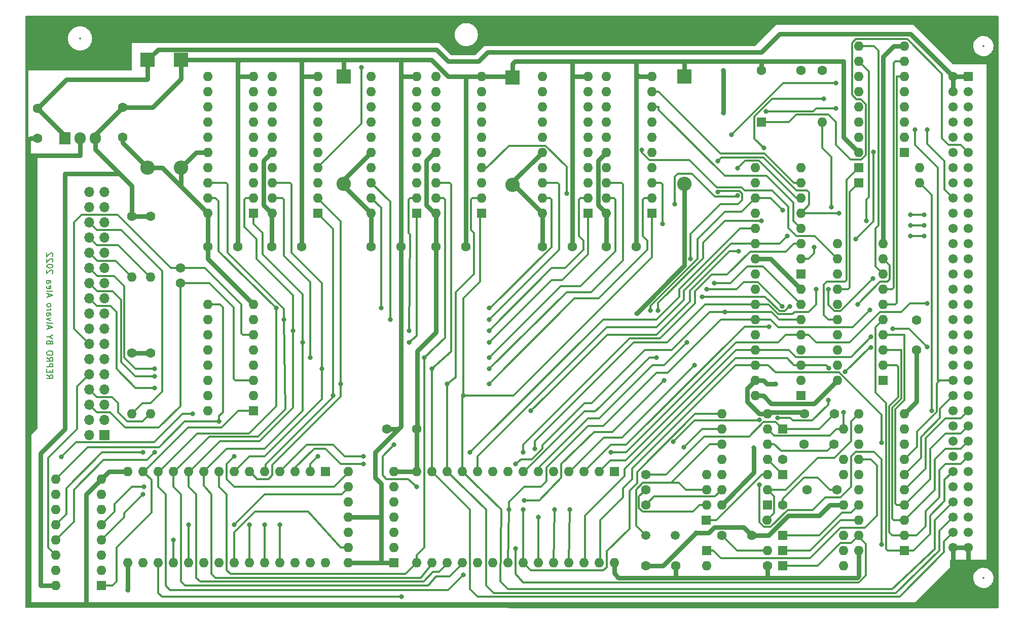
<source format=gbl>
%TF.GenerationSoftware,KiCad,Pcbnew,8.0.3+1*%
%TF.CreationDate,2024-07-26T18:12:46+02:00*%
%TF.ProjectId,ql_trump_v2_disk_interface,716c5f74-7275-46d7-905f-76325f646973,01*%
%TF.SameCoordinates,Original*%
%TF.FileFunction,Copper,L2,Bot*%
%TF.FilePolarity,Positive*%
%FSLAX46Y46*%
G04 Gerber Fmt 4.6, Leading zero omitted, Abs format (unit mm)*
G04 Created by KiCad (PCBNEW 8.0.3+1) date 2024-07-26 18:12:46*
%MOMM*%
%LPD*%
G01*
G04 APERTURE LIST*
G04 Aperture macros list*
%AMRoundRect*
0 Rectangle with rounded corners*
0 $1 Rounding radius*
0 $2 $3 $4 $5 $6 $7 $8 $9 X,Y pos of 4 corners*
0 Add a 4 corners polygon primitive as box body*
4,1,4,$2,$3,$4,$5,$6,$7,$8,$9,$2,$3,0*
0 Add four circle primitives for the rounded corners*
1,1,$1+$1,$2,$3*
1,1,$1+$1,$4,$5*
1,1,$1+$1,$6,$7*
1,1,$1+$1,$8,$9*
0 Add four rect primitives between the rounded corners*
20,1,$1+$1,$2,$3,$4,$5,0*
20,1,$1+$1,$4,$5,$6,$7,0*
20,1,$1+$1,$6,$7,$8,$9,0*
20,1,$1+$1,$8,$9,$2,$3,0*%
G04 Aperture macros list end*
%ADD10C,0.150000*%
%TA.AperFunction,NonConductor*%
%ADD11C,0.150000*%
%TD*%
%TA.AperFunction,ComponentPad*%
%ADD12R,1.905000X2.000000*%
%TD*%
%TA.AperFunction,ComponentPad*%
%ADD13O,1.905000X2.000000*%
%TD*%
%TA.AperFunction,ComponentPad*%
%ADD14R,1.600000X1.600000*%
%TD*%
%TA.AperFunction,ComponentPad*%
%ADD15O,1.600000X1.600000*%
%TD*%
%TA.AperFunction,ComponentPad*%
%ADD16C,1.600000*%
%TD*%
%TA.AperFunction,ComponentPad*%
%ADD17R,2.400000X2.400000*%
%TD*%
%TA.AperFunction,ComponentPad*%
%ADD18O,2.400000X2.400000*%
%TD*%
%TA.AperFunction,ComponentPad*%
%ADD19RoundRect,0.249999X-0.525001X0.525001X-0.525001X-0.525001X0.525001X-0.525001X0.525001X0.525001X0*%
%TD*%
%TA.AperFunction,ComponentPad*%
%ADD20C,1.550000*%
%TD*%
%TA.AperFunction,ComponentPad*%
%ADD21C,1.500000*%
%TD*%
%TA.AperFunction,ComponentPad*%
%ADD22R,1.700000X1.700000*%
%TD*%
%TA.AperFunction,ComponentPad*%
%ADD23O,1.700000X1.700000*%
%TD*%
%TA.AperFunction,ViaPad*%
%ADD24C,0.800000*%
%TD*%
%TA.AperFunction,ViaPad*%
%ADD25C,1.600000*%
%TD*%
%TA.AperFunction,Conductor*%
%ADD26C,0.750000*%
%TD*%
%TA.AperFunction,Conductor*%
%ADD27C,0.350000*%
%TD*%
%ADD28C,0.350000*%
G04 APERTURE END LIST*
D10*
D11*
X42471180Y-104368954D02*
X42947371Y-104702287D01*
X42471180Y-104940382D02*
X43471180Y-104940382D01*
X43471180Y-104940382D02*
X43471180Y-104559430D01*
X43471180Y-104559430D02*
X43423561Y-104464192D01*
X43423561Y-104464192D02*
X43375942Y-104416573D01*
X43375942Y-104416573D02*
X43280704Y-104368954D01*
X43280704Y-104368954D02*
X43137847Y-104368954D01*
X43137847Y-104368954D02*
X43042609Y-104416573D01*
X43042609Y-104416573D02*
X42994990Y-104464192D01*
X42994990Y-104464192D02*
X42947371Y-104559430D01*
X42947371Y-104559430D02*
X42947371Y-104940382D01*
X42994990Y-103940382D02*
X42994990Y-103607049D01*
X42471180Y-103464192D02*
X42471180Y-103940382D01*
X42471180Y-103940382D02*
X43471180Y-103940382D01*
X43471180Y-103940382D02*
X43471180Y-103464192D01*
X42471180Y-103035620D02*
X43471180Y-103035620D01*
X43471180Y-103035620D02*
X43471180Y-102654668D01*
X43471180Y-102654668D02*
X43423561Y-102559430D01*
X43423561Y-102559430D02*
X43375942Y-102511811D01*
X43375942Y-102511811D02*
X43280704Y-102464192D01*
X43280704Y-102464192D02*
X43137847Y-102464192D01*
X43137847Y-102464192D02*
X43042609Y-102511811D01*
X43042609Y-102511811D02*
X42994990Y-102559430D01*
X42994990Y-102559430D02*
X42947371Y-102654668D01*
X42947371Y-102654668D02*
X42947371Y-103035620D01*
X42471180Y-101464192D02*
X42947371Y-101797525D01*
X42471180Y-102035620D02*
X43471180Y-102035620D01*
X43471180Y-102035620D02*
X43471180Y-101654668D01*
X43471180Y-101654668D02*
X43423561Y-101559430D01*
X43423561Y-101559430D02*
X43375942Y-101511811D01*
X43375942Y-101511811D02*
X43280704Y-101464192D01*
X43280704Y-101464192D02*
X43137847Y-101464192D01*
X43137847Y-101464192D02*
X43042609Y-101511811D01*
X43042609Y-101511811D02*
X42994990Y-101559430D01*
X42994990Y-101559430D02*
X42947371Y-101654668D01*
X42947371Y-101654668D02*
X42947371Y-102035620D01*
X43471180Y-100845144D02*
X43471180Y-100654668D01*
X43471180Y-100654668D02*
X43423561Y-100559430D01*
X43423561Y-100559430D02*
X43328323Y-100464192D01*
X43328323Y-100464192D02*
X43137847Y-100416573D01*
X43137847Y-100416573D02*
X42804514Y-100416573D01*
X42804514Y-100416573D02*
X42614038Y-100464192D01*
X42614038Y-100464192D02*
X42518800Y-100559430D01*
X42518800Y-100559430D02*
X42471180Y-100654668D01*
X42471180Y-100654668D02*
X42471180Y-100845144D01*
X42471180Y-100845144D02*
X42518800Y-100940382D01*
X42518800Y-100940382D02*
X42614038Y-101035620D01*
X42614038Y-101035620D02*
X42804514Y-101083239D01*
X42804514Y-101083239D02*
X43137847Y-101083239D01*
X43137847Y-101083239D02*
X43328323Y-101035620D01*
X43328323Y-101035620D02*
X43423561Y-100940382D01*
X43423561Y-100940382D02*
X43471180Y-100845144D01*
X42994990Y-98892763D02*
X42947371Y-98749906D01*
X42947371Y-98749906D02*
X42899752Y-98702287D01*
X42899752Y-98702287D02*
X42804514Y-98654668D01*
X42804514Y-98654668D02*
X42661657Y-98654668D01*
X42661657Y-98654668D02*
X42566419Y-98702287D01*
X42566419Y-98702287D02*
X42518800Y-98749906D01*
X42518800Y-98749906D02*
X42471180Y-98845144D01*
X42471180Y-98845144D02*
X42471180Y-99226096D01*
X42471180Y-99226096D02*
X43471180Y-99226096D01*
X43471180Y-99226096D02*
X43471180Y-98892763D01*
X43471180Y-98892763D02*
X43423561Y-98797525D01*
X43423561Y-98797525D02*
X43375942Y-98749906D01*
X43375942Y-98749906D02*
X43280704Y-98702287D01*
X43280704Y-98702287D02*
X43185466Y-98702287D01*
X43185466Y-98702287D02*
X43090228Y-98749906D01*
X43090228Y-98749906D02*
X43042609Y-98797525D01*
X43042609Y-98797525D02*
X42994990Y-98892763D01*
X42994990Y-98892763D02*
X42994990Y-99226096D01*
X42947371Y-98035620D02*
X42471180Y-98035620D01*
X43471180Y-98368953D02*
X42947371Y-98035620D01*
X42947371Y-98035620D02*
X43471180Y-97702287D01*
X42756895Y-96654667D02*
X42756895Y-96178477D01*
X42471180Y-96749905D02*
X43471180Y-96416572D01*
X43471180Y-96416572D02*
X42471180Y-96083239D01*
X42471180Y-95607048D02*
X42518800Y-95702286D01*
X42518800Y-95702286D02*
X42614038Y-95749905D01*
X42614038Y-95749905D02*
X43471180Y-95749905D01*
X43137847Y-95321333D02*
X42471180Y-95083238D01*
X42471180Y-95083238D02*
X43137847Y-94845143D01*
X42471180Y-94035619D02*
X42994990Y-94035619D01*
X42994990Y-94035619D02*
X43090228Y-94083238D01*
X43090228Y-94083238D02*
X43137847Y-94178476D01*
X43137847Y-94178476D02*
X43137847Y-94368952D01*
X43137847Y-94368952D02*
X43090228Y-94464190D01*
X42518800Y-94035619D02*
X42471180Y-94130857D01*
X42471180Y-94130857D02*
X42471180Y-94368952D01*
X42471180Y-94368952D02*
X42518800Y-94464190D01*
X42518800Y-94464190D02*
X42614038Y-94511809D01*
X42614038Y-94511809D02*
X42709276Y-94511809D01*
X42709276Y-94511809D02*
X42804514Y-94464190D01*
X42804514Y-94464190D02*
X42852133Y-94368952D01*
X42852133Y-94368952D02*
X42852133Y-94130857D01*
X42852133Y-94130857D02*
X42899752Y-94035619D01*
X42471180Y-93559428D02*
X43137847Y-93559428D01*
X42947371Y-93559428D02*
X43042609Y-93511809D01*
X43042609Y-93511809D02*
X43090228Y-93464190D01*
X43090228Y-93464190D02*
X43137847Y-93368952D01*
X43137847Y-93368952D02*
X43137847Y-93273714D01*
X42471180Y-92797523D02*
X42518800Y-92892761D01*
X42518800Y-92892761D02*
X42566419Y-92940380D01*
X42566419Y-92940380D02*
X42661657Y-92987999D01*
X42661657Y-92987999D02*
X42947371Y-92987999D01*
X42947371Y-92987999D02*
X43042609Y-92940380D01*
X43042609Y-92940380D02*
X43090228Y-92892761D01*
X43090228Y-92892761D02*
X43137847Y-92797523D01*
X43137847Y-92797523D02*
X43137847Y-92654666D01*
X43137847Y-92654666D02*
X43090228Y-92559428D01*
X43090228Y-92559428D02*
X43042609Y-92511809D01*
X43042609Y-92511809D02*
X42947371Y-92464190D01*
X42947371Y-92464190D02*
X42661657Y-92464190D01*
X42661657Y-92464190D02*
X42566419Y-92511809D01*
X42566419Y-92511809D02*
X42518800Y-92559428D01*
X42518800Y-92559428D02*
X42471180Y-92654666D01*
X42471180Y-92654666D02*
X42471180Y-92797523D01*
X42756895Y-91321332D02*
X42756895Y-90845142D01*
X42471180Y-91416570D02*
X43471180Y-91083237D01*
X43471180Y-91083237D02*
X42471180Y-90749904D01*
X42471180Y-90273713D02*
X42518800Y-90368951D01*
X42518800Y-90368951D02*
X42614038Y-90416570D01*
X42614038Y-90416570D02*
X43471180Y-90416570D01*
X42518800Y-89511808D02*
X42471180Y-89607046D01*
X42471180Y-89607046D02*
X42471180Y-89797522D01*
X42471180Y-89797522D02*
X42518800Y-89892760D01*
X42518800Y-89892760D02*
X42614038Y-89940379D01*
X42614038Y-89940379D02*
X42994990Y-89940379D01*
X42994990Y-89940379D02*
X43090228Y-89892760D01*
X43090228Y-89892760D02*
X43137847Y-89797522D01*
X43137847Y-89797522D02*
X43137847Y-89607046D01*
X43137847Y-89607046D02*
X43090228Y-89511808D01*
X43090228Y-89511808D02*
X42994990Y-89464189D01*
X42994990Y-89464189D02*
X42899752Y-89464189D01*
X42899752Y-89464189D02*
X42804514Y-89940379D01*
X42471180Y-88607046D02*
X42994990Y-88607046D01*
X42994990Y-88607046D02*
X43090228Y-88654665D01*
X43090228Y-88654665D02*
X43137847Y-88749903D01*
X43137847Y-88749903D02*
X43137847Y-88940379D01*
X43137847Y-88940379D02*
X43090228Y-89035617D01*
X42518800Y-88607046D02*
X42471180Y-88702284D01*
X42471180Y-88702284D02*
X42471180Y-88940379D01*
X42471180Y-88940379D02*
X42518800Y-89035617D01*
X42518800Y-89035617D02*
X42614038Y-89083236D01*
X42614038Y-89083236D02*
X42709276Y-89083236D01*
X42709276Y-89083236D02*
X42804514Y-89035617D01*
X42804514Y-89035617D02*
X42852133Y-88940379D01*
X42852133Y-88940379D02*
X42852133Y-88702284D01*
X42852133Y-88702284D02*
X42899752Y-88607046D01*
X43375942Y-87416569D02*
X43423561Y-87368950D01*
X43423561Y-87368950D02*
X43471180Y-87273712D01*
X43471180Y-87273712D02*
X43471180Y-87035617D01*
X43471180Y-87035617D02*
X43423561Y-86940379D01*
X43423561Y-86940379D02*
X43375942Y-86892760D01*
X43375942Y-86892760D02*
X43280704Y-86845141D01*
X43280704Y-86845141D02*
X43185466Y-86845141D01*
X43185466Y-86845141D02*
X43042609Y-86892760D01*
X43042609Y-86892760D02*
X42471180Y-87464188D01*
X42471180Y-87464188D02*
X42471180Y-86845141D01*
X43471180Y-86226093D02*
X43471180Y-86130855D01*
X43471180Y-86130855D02*
X43423561Y-86035617D01*
X43423561Y-86035617D02*
X43375942Y-85987998D01*
X43375942Y-85987998D02*
X43280704Y-85940379D01*
X43280704Y-85940379D02*
X43090228Y-85892760D01*
X43090228Y-85892760D02*
X42852133Y-85892760D01*
X42852133Y-85892760D02*
X42661657Y-85940379D01*
X42661657Y-85940379D02*
X42566419Y-85987998D01*
X42566419Y-85987998D02*
X42518800Y-86035617D01*
X42518800Y-86035617D02*
X42471180Y-86130855D01*
X42471180Y-86130855D02*
X42471180Y-86226093D01*
X42471180Y-86226093D02*
X42518800Y-86321331D01*
X42518800Y-86321331D02*
X42566419Y-86368950D01*
X42566419Y-86368950D02*
X42661657Y-86416569D01*
X42661657Y-86416569D02*
X42852133Y-86464188D01*
X42852133Y-86464188D02*
X43090228Y-86464188D01*
X43090228Y-86464188D02*
X43280704Y-86416569D01*
X43280704Y-86416569D02*
X43375942Y-86368950D01*
X43375942Y-86368950D02*
X43423561Y-86321331D01*
X43423561Y-86321331D02*
X43471180Y-86226093D01*
X43375942Y-85511807D02*
X43423561Y-85464188D01*
X43423561Y-85464188D02*
X43471180Y-85368950D01*
X43471180Y-85368950D02*
X43471180Y-85130855D01*
X43471180Y-85130855D02*
X43423561Y-85035617D01*
X43423561Y-85035617D02*
X43375942Y-84987998D01*
X43375942Y-84987998D02*
X43280704Y-84940379D01*
X43280704Y-84940379D02*
X43185466Y-84940379D01*
X43185466Y-84940379D02*
X43042609Y-84987998D01*
X43042609Y-84987998D02*
X42471180Y-85559426D01*
X42471180Y-85559426D02*
X42471180Y-84940379D01*
X43375942Y-84559426D02*
X43423561Y-84511807D01*
X43423561Y-84511807D02*
X43471180Y-84416569D01*
X43471180Y-84416569D02*
X43471180Y-84178474D01*
X43471180Y-84178474D02*
X43423561Y-84083236D01*
X43423561Y-84083236D02*
X43375942Y-84035617D01*
X43375942Y-84035617D02*
X43280704Y-83987998D01*
X43280704Y-83987998D02*
X43185466Y-83987998D01*
X43185466Y-83987998D02*
X43042609Y-84035617D01*
X43042609Y-84035617D02*
X42471180Y-84607045D01*
X42471180Y-84607045D02*
X42471180Y-83987998D01*
D12*
%TO.P,U18,1,VI*%
%TO.N,+9V*%
X45466000Y-64793000D03*
D13*
%TO.P,U18,2,GND*%
%TO.N,GND*%
X48006000Y-64793000D03*
%TO.P,U18,3,VO*%
%TO.N,+5V*%
X50546000Y-64793000D03*
%TD*%
D14*
%TO.P,U6,1,S*%
%TO.N,/MUX*%
X168402000Y-87503000D03*
D15*
%TO.P,U6,2,I0a*%
%TO.N,/A7*%
X168402000Y-84963000D03*
%TO.P,U6,3,I1a*%
%TO.N,/A5*%
X168402000Y-82423000D03*
%TO.P,U6,4,Za*%
%TO.N,/MA2*%
X168402000Y-79883000D03*
%TO.P,U6,5,I0b*%
%TO.N,/A6*%
X168402000Y-77343000D03*
%TO.P,U6,6,I1b*%
%TO.N,/A4*%
X168402000Y-74803000D03*
%TO.P,U6,7,Zb*%
%TO.N,/MA3*%
X168402000Y-72263000D03*
%TO.P,U6,8,GND*%
%TO.N,GND*%
X168402000Y-69723000D03*
%TO.P,U6,9,Zc*%
%TO.N,/MA4*%
X160782000Y-69723000D03*
%TO.P,U6,10,I1c*%
%TO.N,/A2*%
X160782000Y-72263000D03*
%TO.P,U6,11,I0c*%
%TO.N,/A3*%
X160782000Y-74803000D03*
%TO.P,U6,12,Zd*%
%TO.N,/MA5*%
X160782000Y-77343000D03*
%TO.P,U6,13,I1d*%
%TO.N,/A1*%
X160782000Y-79883000D03*
%TO.P,U6,14,I0d*%
%TO.N,/A0*%
X160782000Y-82423000D03*
%TO.P,U6,15,E*%
%TO.N,GND*%
X160782000Y-84963000D03*
%TO.P,U6,16,VCC*%
%TO.N,+5V*%
X160782000Y-87503000D03*
%TD*%
D16*
%TO.P,C3,1*%
%TO.N,Net-(C3-Pad1)*%
X173910000Y-115951000D03*
%TO.P,C3,2*%
%TO.N,GND*%
X168910000Y-115951000D03*
%TD*%
%TO.P,C15,1*%
%TO.N,+9V*%
X40894000Y-59793000D03*
%TO.P,C15,2*%
%TO.N,GND*%
X40894000Y-64793000D03*
%TD*%
D17*
%TO.P,C25,1*%
%TO.N,+5V*%
X148982500Y-54483000D03*
D18*
%TO.P,C25,2*%
%TO.N,GND*%
X148982500Y-72483000D03*
%TD*%
D14*
%TO.P,U10,1,D0*%
%TO.N,/D4*%
X104257000Y-77338000D03*
D15*
%TO.P,U10,2,D1*%
%TO.N,/D5*%
X104257000Y-74798000D03*
%TO.P,U10,3,~{WR}*%
%TO.N,/RW*%
X104257000Y-72258000D03*
%TO.P,U10,4,~{RAS}*%
%TO.N,/RAS1*%
X104257000Y-69718000D03*
%TO.P,U10,5,N.C.*%
%TO.N,unconnected-(U10-Pad5)*%
X104257000Y-67178000D03*
%TO.P,U10,6,A0*%
%TO.N,/MA0*%
X104257000Y-64638000D03*
%TO.P,U10,7,A1*%
%TO.N,/MA1*%
X104257000Y-62098000D03*
%TO.P,U10,8,A2*%
%TO.N,/MA2*%
X104257000Y-59558000D03*
%TO.P,U10,9,A3*%
%TO.N,/MA3*%
X104257000Y-57018000D03*
%TO.P,U10,10,VCC*%
%TO.N,+5V*%
X104257000Y-54478000D03*
%TO.P,U10,11,A4*%
%TO.N,/MA4*%
X96637000Y-54478000D03*
%TO.P,U10,12,A5*%
%TO.N,/MA5*%
X96637000Y-57018000D03*
%TO.P,U10,13,A6*%
%TO.N,/MA6*%
X96637000Y-59558000D03*
%TO.P,U10,14,A7*%
%TO.N,/MA7*%
X96637000Y-62098000D03*
%TO.P,U10,15,A8*%
%TO.N,/MA8*%
X96637000Y-64638000D03*
%TO.P,U10,16,~{OE}*%
%TO.N,GND*%
X96637000Y-67178000D03*
%TO.P,U10,17,~{CAS}*%
%TO.N,/CAS*%
X96637000Y-69718000D03*
%TO.P,U10,18,D2*%
%TO.N,/D6*%
X96637000Y-72258000D03*
%TO.P,U10,19,D3*%
%TO.N,/D7*%
X96637000Y-74798000D03*
%TO.P,U10,20,GND*%
%TO.N,GND*%
X96637000Y-77338000D03*
%TD*%
D16*
%TO.P,R4,1*%
%TO.N,Net-(C2-Pad2)*%
X142494000Y-121031000D03*
D15*
%TO.P,R4,2*%
%TO.N,GND*%
X152654000Y-121031000D03*
%TD*%
D14*
%TO.P,U2,1,I1/CLK*%
%TO.N,Net-(U1-Pad13)*%
X182118000Y-105283000D03*
D15*
%TO.P,U2,2,I2*%
%TO.N,/A19*%
X182118000Y-102743000D03*
%TO.P,U2,3,I3*%
%TO.N,/A18*%
X182118000Y-100203000D03*
%TO.P,U2,4,I4*%
%TO.N,/A17*%
X182118000Y-97663000D03*
%TO.P,U2,5,I5*%
%TO.N,/DS*%
X182118000Y-95123000D03*
%TO.P,U2,6,I6*%
%TO.N,Net-(U2-Pad6)*%
X182118000Y-92583000D03*
%TO.P,U2,7,I7*%
%TO.N,Net-(U2-Pad7)*%
X182118000Y-90043000D03*
%TO.P,U2,8,I8*%
%TO.N,Net-(U2-Pad8)*%
X182118000Y-87503000D03*
%TO.P,U2,9,I9*%
%TO.N,/GAL2_P9*%
X182118000Y-84963000D03*
%TO.P,U2,10,GND*%
%TO.N,GND*%
X182118000Y-82423000D03*
%TO.P,U2,11,I10/~{OE}*%
%TO.N,Net-(C2-Pad2)*%
X174498000Y-82423000D03*
%TO.P,U2,12,IO8*%
%TO.N,/CAS*%
X174498000Y-84963000D03*
%TO.P,U2,13,IO7*%
%TO.N,/MUX*%
X174498000Y-87503000D03*
%TO.P,U2,14,IO6*%
%TO.N,Net-(D3-Pad1)*%
X174498000Y-90043000D03*
%TO.P,U2,15,IO5*%
%TO.N,/GAL2_P15*%
X174498000Y-92583000D03*
%TO.P,U2,16,IO4*%
%TO.N,Net-(D2-Pad1)*%
X174498000Y-95123000D03*
%TO.P,U2,17,I03*%
%TO.N,/RAS2*%
X174498000Y-97663000D03*
%TO.P,U2,18,IO2*%
%TO.N,/RAS1*%
X174498000Y-100203000D03*
%TO.P,U2,19,IO1*%
%TO.N,/RAS0*%
X174498000Y-102743000D03*
%TO.P,U2,20,VCC*%
%TO.N,+5V*%
X174498000Y-105283000D03*
%TD*%
D14*
%TO.P,U7,1,D0*%
%TO.N,/D0*%
X143510000Y-77343000D03*
D15*
%TO.P,U7,2,D1*%
%TO.N,/D1*%
X143510000Y-74803000D03*
%TO.P,U7,3,~{WR}*%
%TO.N,/RW*%
X143510000Y-72263000D03*
%TO.P,U7,4,~{RAS}*%
%TO.N,/RAS2*%
X143510000Y-69723000D03*
%TO.P,U7,5,N.C.*%
%TO.N,unconnected-(U7-Pad5)*%
X143510000Y-67183000D03*
%TO.P,U7,6,A0*%
%TO.N,/MA0*%
X143510000Y-64643000D03*
%TO.P,U7,7,A1*%
%TO.N,/MA1*%
X143510000Y-62103000D03*
%TO.P,U7,8,A2*%
%TO.N,/MA2*%
X143510000Y-59563000D03*
%TO.P,U7,9,A3*%
%TO.N,/MA3*%
X143510000Y-57023000D03*
%TO.P,U7,10,VCC*%
%TO.N,+5V*%
X143510000Y-54483000D03*
%TO.P,U7,11,A4*%
%TO.N,/MA4*%
X135890000Y-54483000D03*
%TO.P,U7,12,A5*%
%TO.N,/MA5*%
X135890000Y-57023000D03*
%TO.P,U7,13,A6*%
%TO.N,/MA6*%
X135890000Y-59563000D03*
%TO.P,U7,14,A7*%
%TO.N,/MA7*%
X135890000Y-62103000D03*
%TO.P,U7,15,A8*%
%TO.N,/MA8*%
X135890000Y-64643000D03*
%TO.P,U7,16,~{OE}*%
%TO.N,GND*%
X135890000Y-67183000D03*
%TO.P,U7,17,~{CAS}*%
%TO.N,/CAS*%
X135890000Y-69723000D03*
%TO.P,U7,18,D2*%
%TO.N,/D2*%
X135890000Y-72263000D03*
%TO.P,U7,19,D3*%
%TO.N,/D3*%
X135890000Y-74803000D03*
%TO.P,U7,20,GND*%
%TO.N,GND*%
X135890000Y-77343000D03*
%TD*%
D14*
%TO.P,U14,1,VPP*%
%TO.N,+5V*%
X137287000Y-120523000D03*
D15*
%TO.P,U14,2,A12*%
%TO.N,/A12*%
X134747000Y-120523000D03*
%TO.P,U14,3,A7*%
%TO.N,/A7*%
X132207000Y-120523000D03*
%TO.P,U14,4,A6*%
%TO.N,/A6*%
X129667000Y-120523000D03*
%TO.P,U14,5,A5*%
%TO.N,/A5*%
X127127000Y-120523000D03*
%TO.P,U14,6,A4*%
%TO.N,/A4*%
X124587000Y-120523000D03*
%TO.P,U14,7,A3*%
%TO.N,/A3*%
X122047000Y-120523000D03*
%TO.P,U14,8,A2*%
%TO.N,/A2*%
X119507000Y-120523000D03*
%TO.P,U14,9,A1*%
%TO.N,/A1*%
X116967000Y-120523000D03*
%TO.P,U14,10,A0*%
%TO.N,/A0*%
X114427000Y-120523000D03*
%TO.P,U14,11,D0*%
%TO.N,/D0*%
X111887000Y-120523000D03*
%TO.P,U14,12,D1*%
%TO.N,/D1*%
X109347000Y-120523000D03*
%TO.P,U14,13,D2*%
%TO.N,/D2*%
X106807000Y-120523000D03*
%TO.P,U14,14,GND*%
%TO.N,GND*%
X104267000Y-120523000D03*
%TO.P,U14,15,D3*%
%TO.N,/D3*%
X104267000Y-135763000D03*
%TO.P,U14,16,D4*%
%TO.N,/D4*%
X106807000Y-135763000D03*
%TO.P,U14,17,D5*%
%TO.N,/D5*%
X109347000Y-135763000D03*
%TO.P,U14,18,D6*%
%TO.N,/D6*%
X111887000Y-135763000D03*
%TO.P,U14,19,D7*%
%TO.N,/D7*%
X114427000Y-135763000D03*
%TO.P,U14,20,~{CE}*%
%TO.N,/ROM_CE*%
X116967000Y-135763000D03*
%TO.P,U14,21,A10*%
%TO.N,/A10*%
X119507000Y-135763000D03*
%TO.P,U14,22,~{OE}*%
%TO.N,/ROM_OE*%
X122047000Y-135763000D03*
%TO.P,U14,23,A11*%
%TO.N,/A11*%
X124587000Y-135763000D03*
%TO.P,U14,24,A9*%
%TO.N,/A9*%
X127127000Y-135763000D03*
%TO.P,U14,25,A8*%
%TO.N,/A8*%
X129667000Y-135763000D03*
%TO.P,U14,26,A13*%
%TO.N,/A13*%
X132207000Y-135763000D03*
%TO.P,U14,27,A14*%
%TO.N,/A14*%
X134747000Y-135763000D03*
%TO.P,U14,28,VCC*%
%TO.N,+5V*%
X137287000Y-135763000D03*
%TD*%
D14*
%TO.P,D8,1,K*%
%TO.N,/ROM_CE*%
X165354000Y-136271000D03*
D15*
%TO.P,D8,2,A*%
%TO.N,/DTACKL*%
X175514000Y-136271000D03*
%TD*%
D19*
%TO.P,J1,a1,Vin*%
%TO.N,+9V*%
X196342000Y-54483000D03*
D20*
%TO.P,J1,a2,-12V*%
%TO.N,unconnected-(J1-Pada2)*%
X196342000Y-57023000D03*
%TO.P,J1,a3,+12V*%
%TO.N,unconnected-(J1-Pada3)*%
X196342000Y-59563000D03*
%TO.P,J1,a4,SP0*%
%TO.N,/SP0*%
X196342000Y-62103000D03*
%TO.P,J1,a5,SP1*%
%TO.N,/SP1*%
X196342000Y-64643000D03*
%TO.P,J1,a6,~{DSMC}*%
%TO.N,/DSMC*%
X196342000Y-67183000D03*
%TO.P,J1,a7,SP2*%
%TO.N,/SP2*%
X196342000Y-69723000D03*
%TO.P,J1,a8,~{DBG}*%
%TO.N,unconnected-(J1-Pada8)*%
X196342000Y-72263000D03*
%TO.P,J1,a9,A3*%
%TO.N,/A3*%
X196342000Y-74803000D03*
%TO.P,J1,a10,A4*%
%TO.N,/A4*%
X196342000Y-77343000D03*
%TO.P,J1,a11,A5*%
%TO.N,/A5*%
X196342000Y-79883000D03*
%TO.P,J1,a12,A6*%
%TO.N,/A6*%
X196342000Y-82423000D03*
%TO.P,J1,a13,A7*%
%TO.N,/A7*%
X196342000Y-84963000D03*
%TO.P,J1,a14,A8*%
%TO.N,/A8*%
X196342000Y-87503000D03*
%TO.P,J1,a15,A9*%
%TO.N,/A9*%
X196342000Y-90043000D03*
%TO.P,J1,a16,A10*%
%TO.N,/A10*%
X196342000Y-92583000D03*
%TO.P,J1,a17,A11*%
%TO.N,/A11*%
X196342000Y-95123000D03*
%TO.P,J1,a18,A12*%
%TO.N,/A12*%
X196342000Y-97663000D03*
%TO.P,J1,a19,A13*%
%TO.N,/A13*%
X196342000Y-100203000D03*
%TO.P,J1,a20,A14*%
%TO.N,/A14*%
X196342000Y-102743000D03*
%TO.P,J1,a21,RED*%
%TO.N,unconnected-(J1-Pada21)*%
X196342000Y-105283000D03*
%TO.P,J1,a22,CLKCPU*%
%TO.N,unconnected-(J1-Pada22)*%
X196342000Y-107823000D03*
%TO.P,J1,a23,A16*%
%TO.N,/A16*%
X196342000Y-110363000D03*
%TO.P,J1,a24,A17*%
%TO.N,/A17*%
X196342000Y-112903000D03*
%TO.P,J1,a25,A18*%
%TO.N,/A18*%
X196342000Y-115443000D03*
%TO.P,J1,a26,A19*%
%TO.N,/A19*%
X196342000Y-117983000D03*
%TO.P,J1,a27,D7*%
%TO.N,/D7*%
X196342000Y-120523000D03*
%TO.P,J1,a28,D6*%
%TO.N,/D6*%
X196342000Y-123063000D03*
%TO.P,J1,a29,D5*%
%TO.N,/D5*%
X196342000Y-125603000D03*
%TO.P,J1,a30,D4*%
%TO.N,/D4*%
X196342000Y-128143000D03*
%TO.P,J1,a31,D3*%
%TO.N,/D3*%
X196342000Y-130683000D03*
%TO.P,J1,a32,GND*%
%TO.N,GND*%
X196342000Y-133223000D03*
%TO.P,J1,b1,Vin*%
%TO.N,+9V*%
X193802000Y-54483000D03*
%TO.P,J1,b2,Vin*%
X193802000Y-57023000D03*
%TO.P,J1,b3,~{EXTINT}*%
%TO.N,/EXTINTL*%
X193802000Y-59563000D03*
%TO.P,J1,b4,~{IPL1}*%
%TO.N,unconnected-(J1-Padb4)*%
X193802000Y-62103000D03*
%TO.P,J1,b5,~{BERR}*%
%TO.N,unconnected-(J1-Padb5)*%
X193802000Y-64643000D03*
%TO.P,J1,b6,~{IPLO}*%
%TO.N,unconnected-(J1-Padb6)*%
X193802000Y-67183000D03*
%TO.P,J1,b7,SP3*%
%TO.N,/SP3*%
X193802000Y-69723000D03*
%TO.P,J1,b8,A2*%
%TO.N,/A2*%
X193802000Y-72263000D03*
%TO.P,J1,b9,G9*%
%TO.N,/A1*%
X193802000Y-74803000D03*
%TO.P,J1,b10,ROMOEH*%
%TO.N,unconnected-(J1-Padb10)*%
X193802000Y-77343000D03*
%TO.P,J1,b11,A0*%
%TO.N,/A0*%
X193802000Y-79883000D03*
%TO.P,J1,b12,FC0*%
%TO.N,unconnected-(J1-Padb12)*%
X193802000Y-82423000D03*
%TO.P,J1,b13,FC1*%
%TO.N,unconnected-(J1-Padb13)*%
X193802000Y-84963000D03*
%TO.P,J1,b14,FC2*%
%TO.N,unconnected-(J1-Padb14)*%
X193802000Y-87503000D03*
%TO.P,J1,b15,BLUE*%
%TO.N,unconnected-(J1-Padb15)*%
X193802000Y-90043000D03*
%TO.P,J1,b16,GREEN*%
%TO.N,unconnected-(J1-Padb16)*%
X193802000Y-92583000D03*
%TO.P,J1,b17,~{VPA}*%
%TO.N,/VPA*%
X193802000Y-95123000D03*
%TO.P,J1,b18,VSYNCH*%
%TO.N,unconnected-(J1-Padb18)*%
X193802000Y-97663000D03*
%TO.P,J1,b19,E*%
%TO.N,/E*%
X193802000Y-100203000D03*
%TO.P,J1,b20,~{CSYNC}*%
%TO.N,unconnected-(J1-Padb20)*%
X193802000Y-102743000D03*
%TO.P,J1,b21,~{RESETCPU}*%
%TO.N,/RESET*%
X193802000Y-105283000D03*
%TO.P,J1,b22,A15*%
%TO.N,/A15*%
X193802000Y-107823000D03*
%TO.P,J1,b23,~{BR}*%
%TO.N,unconnected-(J1-Padb23)*%
X193802000Y-110363000D03*
%TO.P,J1,b24,~{BG}*%
%TO.N,unconnected-(J1-Padb24)*%
X193802000Y-112903000D03*
%TO.P,J1,b25,~{DTACK}*%
%TO.N,/DTACKL*%
X193802000Y-115443000D03*
%TO.P,J1,b26,~{DRW}*%
%TO.N,/RW*%
X193802000Y-117983000D03*
%TO.P,J1,b27,~{DS}*%
%TO.N,/DS*%
X193802000Y-120523000D03*
%TO.P,J1,b28,~{AS}*%
%TO.N,unconnected-(J1-Padb28)*%
X193802000Y-123063000D03*
%TO.P,J1,b29,D0*%
%TO.N,/D0*%
X193802000Y-125603000D03*
%TO.P,J1,b30,D1*%
%TO.N,/D1*%
X193802000Y-128143000D03*
%TO.P,J1,b31,D2*%
%TO.N,/D2*%
X193802000Y-130683000D03*
%TO.P,J1,b32,GND*%
%TO.N,GND*%
X193802000Y-133223000D03*
%TD*%
D21*
%TO.P,Y1,1,1*%
%TO.N,/CLK*%
X142494000Y-131191000D03*
%TO.P,Y1,2,2*%
%TO.N,Net-(R6-Pad1)*%
X147394000Y-131191000D03*
%TD*%
D14*
%TO.P,D10,1,K*%
%TO.N,/CLKCT*%
X152654000Y-133731000D03*
D15*
%TO.P,D10,2,A*%
%TO.N,Net-(C5-Pad1)*%
X162814000Y-133731000D03*
%TD*%
D22*
%TO.P,J2,1,Pin_1*%
%TO.N,GND*%
X52070000Y-114427000D03*
D23*
%TO.P,J2,2,Pin_2*%
%TO.N,unconnected-(J2-Pad2)*%
X49530000Y-114427000D03*
%TO.P,J2,3,Pin_3*%
%TO.N,GND*%
X52070000Y-111887000D03*
%TO.P,J2,4,Pin_4*%
%TO.N,unconnected-(J2-Pad4)*%
X49530000Y-111887000D03*
%TO.P,J2,5,Pin_5*%
%TO.N,GND*%
X52070000Y-109347000D03*
%TO.P,J2,6,Pin_6*%
%TO.N,/DS3*%
X49530000Y-109347000D03*
%TO.P,J2,7,Pin_7*%
%TO.N,GND*%
X52070000Y-106807000D03*
%TO.P,J2,8,Pin_8*%
%TO.N,/FDC_IP*%
X49530000Y-106807000D03*
%TO.P,J2,9,Pin_9*%
%TO.N,GND*%
X52070000Y-104267000D03*
%TO.P,J2,10,Pin_10*%
%TO.N,/DS0*%
X49530000Y-104267000D03*
%TO.P,J2,11,Pin_11*%
%TO.N,GND*%
X52070000Y-101727000D03*
%TO.P,J2,12,Pin_12*%
%TO.N,/DS1*%
X49530000Y-101727000D03*
%TO.P,J2,13,Pin_13*%
%TO.N,GND*%
X52070000Y-99187000D03*
%TO.P,J2,14,Pin_14*%
%TO.N,/DS2*%
X49530000Y-99187000D03*
%TO.P,J2,15,Pin_15*%
%TO.N,GND*%
X52070000Y-96647000D03*
%TO.P,J2,16,Pin_16*%
%TO.N,/MOTOR_ON*%
X49530000Y-96647000D03*
%TO.P,J2,17,Pin_17*%
%TO.N,GND*%
X52070000Y-94107000D03*
%TO.P,J2,18,Pin_18*%
%TO.N,/DIR*%
X49530000Y-94107000D03*
%TO.P,J2,19,Pin_19*%
%TO.N,GND*%
X52070000Y-91567000D03*
%TO.P,J2,20,Pin_20*%
%TO.N,/STEP*%
X49530000Y-91567000D03*
%TO.P,J2,21,Pin_21*%
%TO.N,GND*%
X52070000Y-89027000D03*
%TO.P,J2,22,Pin_22*%
%TO.N,/DATA_WR*%
X49530000Y-89027000D03*
%TO.P,J2,23,Pin_23*%
%TO.N,GND*%
X52070000Y-86487000D03*
%TO.P,J2,24,Pin_24*%
%TO.N,/GATE_WR*%
X49530000Y-86487000D03*
%TO.P,J2,25,Pin_25*%
%TO.N,GND*%
X52070000Y-83947000D03*
%TO.P,J2,26,Pin_26*%
%TO.N,/FDC_T0*%
X49530000Y-83947000D03*
%TO.P,J2,27,Pin_27*%
%TO.N,GND*%
X52070000Y-81407000D03*
%TO.P,J2,28,Pin_28*%
%TO.N,/FDC_WPRT*%
X49530000Y-81407000D03*
%TO.P,J2,29,Pin_29*%
%TO.N,GND*%
X52070000Y-78867000D03*
%TO.P,J2,30,Pin_30*%
%TO.N,/FDC_RD*%
X49530000Y-78867000D03*
%TO.P,J2,31,Pin_31*%
%TO.N,GND*%
X52070000Y-76327000D03*
%TO.P,J2,32,Pin_32*%
%TO.N,/HEAD*%
X49530000Y-76327000D03*
%TO.P,J2,33,Pin_33*%
%TO.N,GND*%
X52070000Y-73787000D03*
%TO.P,J2,34,Pin_34*%
%TO.N,unconnected-(J2-Pad34)*%
X49530000Y-73787000D03*
%TD*%
D16*
%TO.P,J3,1,Pin_1*%
%TO.N,GND*%
X168402000Y-53467000D03*
%TD*%
%TO.P,R3,1*%
%TO.N,+5V*%
X162814000Y-136271000D03*
D15*
%TO.P,R3,2*%
%TO.N,Net-(C5-Pad1)*%
X152654000Y-136271000D03*
%TD*%
D16*
%TO.P,C13,1*%
%TO.N,+5V*%
X55118000Y-59643000D03*
%TO.P,C13,2*%
%TO.N,GND*%
X55118000Y-64643000D03*
%TD*%
%TO.P,C20,1*%
%TO.N,+5V*%
X101647000Y-82931000D03*
%TO.P,C20,2*%
%TO.N,GND*%
X96647000Y-82931000D03*
%TD*%
D14*
%TO.P,U13,1,~{CS}*%
%TO.N,/FDCON_CS*%
X89027000Y-120523000D03*
D15*
%TO.P,U13,2,R/~{W}*%
%TO.N,/RW*%
X86487000Y-120523000D03*
%TO.P,U13,3,A0*%
%TO.N,/A0*%
X83947000Y-120523000D03*
%TO.P,U13,4,A1*%
%TO.N,/A1*%
X81407000Y-120523000D03*
%TO.P,U13,5,DI0*%
%TO.N,/D0*%
X78867000Y-120523000D03*
%TO.P,U13,6,DI1*%
%TO.N,/D1*%
X76327000Y-120523000D03*
%TO.P,U13,7,DI2*%
%TO.N,/D2*%
X73787000Y-120523000D03*
%TO.P,U13,8,DI3*%
%TO.N,/D3*%
X71247000Y-120523000D03*
%TO.P,U13,9,DI4*%
%TO.N,/D4*%
X68707000Y-120523000D03*
%TO.P,U13,10,DI5*%
%TO.N,/D5*%
X66167000Y-120523000D03*
%TO.P,U13,11,DI6*%
%TO.N,/D6*%
X63627000Y-120523000D03*
%TO.P,U13,12,DI7*%
%TO.N,/D7*%
X61087000Y-120523000D03*
%TO.P,U13,13,~{MR}*%
%TO.N,/RESET*%
X58547000Y-120523000D03*
%TO.P,U13,14,GND*%
%TO.N,GND*%
X56007000Y-120523000D03*
%TO.P,U13,15,VCC*%
%TO.N,+5V*%
X56007000Y-135763000D03*
%TO.P,U13,16,STEP*%
%TO.N,/FDC_STEP*%
X58547000Y-135763000D03*
%TO.P,U13,17,DIRC*%
%TO.N,/FDC_DIR*%
X61087000Y-135763000D03*
%TO.P,U13,18,CLK*%
%TO.N,/CLK*%
X63627000Y-135763000D03*
%TO.P,U13,19,~{RD}*%
%TO.N,/FDC_RD*%
X66167000Y-135763000D03*
%TO.P,U13,20,MOTOR*%
%TO.N,unconnected-(U13-Pad20)*%
X68707000Y-135763000D03*
%TO.P,U13,21,WG*%
%TO.N,/FDC_WG*%
X71247000Y-135763000D03*
%TO.P,U13,22,WD*%
%TO.N,/FDC_WD*%
X73787000Y-135763000D03*
%TO.P,U13,23,~{TR00}*%
%TO.N,/FDC_T0*%
X76327000Y-135763000D03*
%TO.P,U13,24,~{IP}*%
%TO.N,/FDC_IP*%
X78867000Y-135763000D03*
%TO.P,U13,25,~{WPRT}*%
%TO.N,/FDC_WPRT*%
X81407000Y-135763000D03*
%TO.P,U13,26,~{DDEN}*%
%TO.N,GND*%
X83947000Y-135763000D03*
%TO.P,U13,27,DRQ*%
%TO.N,unconnected-(U13-Pad27)*%
X86487000Y-135763000D03*
%TO.P,U13,28,INTRQ*%
%TO.N,unconnected-(U13-Pad28)*%
X89027000Y-135763000D03*
%TD*%
D16*
%TO.P,C17,1*%
%TO.N,+5V*%
X140890000Y-82931000D03*
%TO.P,C17,2*%
%TO.N,GND*%
X135890000Y-82931000D03*
%TD*%
%TO.P,C12,1*%
%TO.N,+5V*%
X99227000Y-113411000D03*
%TO.P,C12,2*%
%TO.N,GND*%
X104227000Y-113411000D03*
%TD*%
%TO.P,J5,1,Pin_1*%
%TO.N,+5V*%
X161798000Y-53467000D03*
%TD*%
D14*
%TO.P,D2,1,K*%
%TO.N,Net-(D2-Pad1)*%
X178054000Y-69723000D03*
D15*
%TO.P,D2,2,A*%
%TO.N,/DTACKL*%
X188214000Y-69723000D03*
%TD*%
D16*
%TO.P,R6,1*%
%TO.N,Net-(R6-Pad1)*%
X142494000Y-126111000D03*
D15*
%TO.P,R6,2*%
%TO.N,Net-(R5-Pad1)*%
X152654000Y-126111000D03*
%TD*%
D17*
%TO.P,C16,1*%
%TO.N,+5V*%
X64885500Y-51723000D03*
D18*
%TO.P,C16,2*%
%TO.N,GND*%
X64885500Y-69723000D03*
%TD*%
D16*
%TO.P,J4,1,Pin_1*%
%TO.N,GND*%
X171958000Y-53467000D03*
%TD*%
D14*
%TO.P,U1,1,I1/CLK*%
%TO.N,/DS*%
X185674000Y-133731000D03*
D15*
%TO.P,U1,2,I2*%
%TO.N,/A19*%
X185674000Y-131191000D03*
%TO.P,U1,3,I3*%
%TO.N,/A18*%
X185674000Y-128651000D03*
%TO.P,U1,4,I4*%
%TO.N,/A17*%
X185674000Y-126111000D03*
%TO.P,U1,5,I5*%
%TO.N,/A16*%
X185674000Y-123571000D03*
%TO.P,U1,6,I6*%
%TO.N,/A15*%
X185674000Y-121031000D03*
%TO.P,U1,7,I7*%
%TO.N,/RESET*%
X185674000Y-118491000D03*
%TO.P,U1,8,I8*%
%TO.N,/A14*%
X185674000Y-115951000D03*
%TO.P,U1,9,I9*%
%TO.N,/A13*%
X185674000Y-113411000D03*
%TO.P,U1,10,GND*%
%TO.N,GND*%
X185674000Y-110871000D03*
%TO.P,U1,11,I10/~{OE}*%
%TO.N,/MUX*%
X178054000Y-110871000D03*
%TO.P,U1,12,IO8*%
%TO.N,Net-(D1-Pad2)*%
X178054000Y-113411000D03*
%TO.P,U1,13,IO7*%
%TO.N,Net-(U1-Pad13)*%
X178054000Y-115951000D03*
%TO.P,U1,14,IO6*%
%TO.N,/CLKCT*%
X178054000Y-118491000D03*
%TO.P,U1,15,IO5*%
%TO.N,/MA8*%
X178054000Y-121031000D03*
%TO.P,U1,16,IO4*%
%TO.N,unconnected-(U1-Pad16)*%
X178054000Y-123571000D03*
%TO.P,U1,17,I03*%
%TO.N,/FDCON_CS*%
X178054000Y-126111000D03*
%TO.P,U1,18,IO2*%
%TO.N,/CS175*%
X178054000Y-128651000D03*
%TO.P,U1,19,IO1*%
%TO.N,/ROM_CE*%
X178054000Y-131191000D03*
%TO.P,U1,20,VCC*%
%TO.N,+5V*%
X178054000Y-133731000D03*
%TD*%
D14*
%TO.P,U8,1,D0*%
%TO.N,/D4*%
X132842000Y-77338000D03*
D15*
%TO.P,U8,2,D1*%
%TO.N,/D5*%
X132842000Y-74798000D03*
%TO.P,U8,3,~{WR}*%
%TO.N,/RW*%
X132842000Y-72258000D03*
%TO.P,U8,4,~{RAS}*%
%TO.N,/RAS2*%
X132842000Y-69718000D03*
%TO.P,U8,5,N.C.*%
%TO.N,unconnected-(U8-Pad5)*%
X132842000Y-67178000D03*
%TO.P,U8,6,A0*%
%TO.N,/MA0*%
X132842000Y-64638000D03*
%TO.P,U8,7,A1*%
%TO.N,/MA1*%
X132842000Y-62098000D03*
%TO.P,U8,8,A2*%
%TO.N,/MA2*%
X132842000Y-59558000D03*
%TO.P,U8,9,A3*%
%TO.N,/MA3*%
X132842000Y-57018000D03*
%TO.P,U8,10,VCC*%
%TO.N,+5V*%
X132842000Y-54478000D03*
%TO.P,U8,11,A4*%
%TO.N,/MA4*%
X125222000Y-54478000D03*
%TO.P,U8,12,A5*%
%TO.N,/MA5*%
X125222000Y-57018000D03*
%TO.P,U8,13,A6*%
%TO.N,/MA6*%
X125222000Y-59558000D03*
%TO.P,U8,14,A7*%
%TO.N,/MA7*%
X125222000Y-62098000D03*
%TO.P,U8,15,A8*%
%TO.N,/MA8*%
X125222000Y-64638000D03*
%TO.P,U8,16,~{OE}*%
%TO.N,GND*%
X125222000Y-67178000D03*
%TO.P,U8,17,~{CAS}*%
%TO.N,/CAS*%
X125222000Y-69718000D03*
%TO.P,U8,18,D2*%
%TO.N,/D6*%
X125222000Y-72258000D03*
%TO.P,U8,19,D3*%
%TO.N,/D7*%
X125222000Y-74798000D03*
%TO.P,U8,20,GND*%
%TO.N,GND*%
X125222000Y-77338000D03*
%TD*%
D14*
%TO.P,D1,1,K*%
%TO.N,/DSMC*%
X161798000Y-62103000D03*
D15*
%TO.P,D1,2,A*%
%TO.N,Net-(D1-Pad2)*%
X171958000Y-62103000D03*
%TD*%
D16*
%TO.P,C21,1*%
%TO.N,GND*%
X80010000Y-82931000D03*
%TO.P,C21,2*%
%TO.N,+5V*%
X85010000Y-82931000D03*
%TD*%
D14*
%TO.P,D7,1,K*%
%TO.N,/CS175*%
X165354000Y-133731000D03*
D15*
%TO.P,D7,2,A*%
%TO.N,/DTACKL*%
X175514000Y-133731000D03*
%TD*%
D17*
%TO.P,C23,1*%
%TO.N,+5V*%
X92086500Y-54483000D03*
D18*
%TO.P,C23,2*%
%TO.N,GND*%
X92086500Y-72483000D03*
%TD*%
D14*
%TO.P,U16,1,~{Mr}*%
%TO.N,/RESET*%
X76962000Y-110363000D03*
D15*
%TO.P,U16,2,Q0*%
%TO.N,unconnected-(U16-Pad2)*%
X76962000Y-107823000D03*
%TO.P,U16,3,~{Q0}*%
%TO.N,/DS3*%
X76962000Y-105283000D03*
%TO.P,U16,4,D0*%
%TO.N,/D4*%
X76962000Y-102743000D03*
%TO.P,U16,5,D1*%
%TO.N,/D5*%
X76962000Y-100203000D03*
%TO.P,U16,6,~{Q1}*%
%TO.N,/DS2*%
X76962000Y-97663000D03*
%TO.P,U16,7,Q1*%
%TO.N,unconnected-(U16-Pad7)*%
X76962000Y-95123000D03*
%TO.P,U16,8,GND*%
%TO.N,GND*%
X76962000Y-92583000D03*
%TO.P,U16,9,Cp*%
%TO.N,/CS175*%
X69342000Y-92583000D03*
%TO.P,U16,10,Q2*%
%TO.N,unconnected-(U16-Pad10)*%
X69342000Y-95123000D03*
%TO.P,U16,11,~{Q2}*%
%TO.N,unconnected-(U16-Pad11)*%
X69342000Y-97663000D03*
%TO.P,U16,12,D2*%
%TO.N,/D7*%
X69342000Y-100203000D03*
%TO.P,U16,13,D3*%
%TO.N,/D6*%
X69342000Y-102743000D03*
%TO.P,U16,14,~{Q3}*%
%TO.N,unconnected-(U16-Pad14)*%
X69342000Y-105283000D03*
%TO.P,U16,15,Q3*%
%TO.N,unconnected-(U16-Pad15)*%
X69342000Y-107823000D03*
%TO.P,U16,16,VCC*%
%TO.N,+5V*%
X69342000Y-110363000D03*
%TD*%
D14*
%TO.P,D5,1,K*%
%TO.N,/GAL2_P15*%
X165354000Y-121031000D03*
D15*
%TO.P,D5,2,A*%
%TO.N,Net-(C3-Pad1)*%
X175514000Y-121031000D03*
%TD*%
D14*
%TO.P,U5,1,S*%
%TO.N,/MUX*%
X168402000Y-107823000D03*
D15*
%TO.P,U5,2,I0a*%
%TO.N,/A15*%
X168402000Y-105283000D03*
%TO.P,U5,3,I1a*%
%TO.N,/A13*%
X168402000Y-102743000D03*
%TO.P,U5,4,Za*%
%TO.N,/MA0*%
X168402000Y-100203000D03*
%TO.P,U5,5,I0b*%
%TO.N,/A11*%
X168402000Y-97663000D03*
%TO.P,U5,6,I1b*%
%TO.N,/A9*%
X168402000Y-95123000D03*
%TO.P,U5,7,Zb*%
%TO.N,/MA1*%
X168402000Y-92583000D03*
%TO.P,U5,8,GND*%
%TO.N,GND*%
X168402000Y-90043000D03*
%TO.P,U5,9,Zc*%
%TO.N,/MA6*%
X160782000Y-90043000D03*
%TO.P,U5,10,I1c*%
%TO.N,/A8*%
X160782000Y-92583000D03*
%TO.P,U5,11,I0c*%
%TO.N,/A10*%
X160782000Y-95123000D03*
%TO.P,U5,12,Zd*%
%TO.N,/MA7*%
X160782000Y-97663000D03*
%TO.P,U5,13,I1d*%
%TO.N,/A12*%
X160782000Y-100203000D03*
%TO.P,U5,14,I0d*%
%TO.N,/A14*%
X160782000Y-102743000D03*
%TO.P,U5,15,E*%
%TO.N,GND*%
X160782000Y-105283000D03*
%TO.P,U5,16,VCC*%
%TO.N,+5V*%
X160782000Y-107823000D03*
%TD*%
D14*
%TO.P,U17,1,~{Mr}*%
%TO.N,/RESET*%
X51562000Y-139573000D03*
D15*
%TO.P,U17,2,Q0*%
%TO.N,unconnected-(U17-Pad2)*%
X51562000Y-137033000D03*
%TO.P,U17,3,~{Q0}*%
%TO.N,/HEAD*%
X51562000Y-134493000D03*
%TO.P,U17,4,D0*%
%TO.N,/D3*%
X51562000Y-131953000D03*
%TO.P,U17,5,D1*%
%TO.N,/D0*%
X51562000Y-129413000D03*
%TO.P,U17,6,~{Q1}*%
%TO.N,/DS1*%
X51562000Y-126873000D03*
%TO.P,U17,7,Q1*%
%TO.N,unconnected-(U17-Pad7)*%
X51562000Y-124333000D03*
%TO.P,U17,8,GND*%
%TO.N,GND*%
X51562000Y-121793000D03*
%TO.P,U17,9,Cp*%
%TO.N,/CS175*%
X43942000Y-121793000D03*
%TO.P,U17,10,Q2*%
%TO.N,unconnected-(U17-Pad10)*%
X43942000Y-124333000D03*
%TO.P,U17,11,~{Q2}*%
%TO.N,/MOTOR_ON*%
X43942000Y-126873000D03*
%TO.P,U17,12,D2*%
%TO.N,/D2*%
X43942000Y-129413000D03*
%TO.P,U17,13,D3*%
%TO.N,/D1*%
X43942000Y-131953000D03*
%TO.P,U17,14,~{Q3}*%
%TO.N,/DS0*%
X43942000Y-134493000D03*
%TO.P,U17,15,Q3*%
%TO.N,unconnected-(U17-Pad15)*%
X43942000Y-137033000D03*
%TO.P,U17,16,VCC*%
%TO.N,+5V*%
X43942000Y-139573000D03*
%TD*%
D16*
%TO.P,R1,1*%
%TO.N,+5V*%
X165354000Y-118491000D03*
D15*
%TO.P,R1,2*%
%TO.N,Net-(C3-Pad1)*%
X175514000Y-118491000D03*
%TD*%
D16*
%TO.P,C2,1*%
%TO.N,GND*%
X168990000Y-110871000D03*
%TO.P,C2,2*%
%TO.N,Net-(C2-Pad2)*%
X173990000Y-110871000D03*
%TD*%
%TO.P,R7,1*%
%TO.N,+5V*%
X59817000Y-100711000D03*
D15*
%TO.P,R7,2*%
%TO.N,/FDC_IP*%
X59817000Y-110871000D03*
%TD*%
D14*
%TO.P,D4,1,K*%
%TO.N,Net-(C2-Pad2)*%
X165354000Y-113411000D03*
D15*
%TO.P,D4,2,A*%
%TO.N,/GAL2_P9*%
X175514000Y-113411000D03*
%TD*%
D17*
%TO.P,C24,1*%
%TO.N,+5V*%
X120257500Y-54627000D03*
D18*
%TO.P,C24,2*%
%TO.N,GND*%
X120257500Y-72627000D03*
%TD*%
D16*
%TO.P,C18,1*%
%TO.N,+5V*%
X130222000Y-82931000D03*
%TO.P,C18,2*%
%TO.N,GND*%
X125222000Y-82931000D03*
%TD*%
D14*
%TO.P,D3,1,K*%
%TO.N,Net-(D3-Pad1)*%
X178054000Y-72263000D03*
D15*
%TO.P,D3,2,A*%
%TO.N,/DTACKL*%
X188214000Y-72263000D03*
%TD*%
D16*
%TO.P,C19,1*%
%TO.N,GND*%
X107442000Y-82931000D03*
%TO.P,C19,2*%
%TO.N,+5V*%
X112442000Y-82931000D03*
%TD*%
D14*
%TO.P,U15,1*%
%TO.N,+5V*%
X100457000Y-135763000D03*
D15*
%TO.P,U15,2*%
%TO.N,unconnected-(U15-Pad2)*%
X100457000Y-133223000D03*
%TO.P,U15,3*%
%TO.N,/FDC_WG*%
X100457000Y-130683000D03*
%TO.P,U15,4*%
%TO.N,/GATE_WR*%
X100457000Y-128143000D03*
%TO.P,U15,5*%
%TO.N,/FDC_DIR*%
X100457000Y-125603000D03*
%TO.P,U15,6*%
%TO.N,/DIR*%
X100457000Y-123063000D03*
%TO.P,U15,7,GND*%
%TO.N,GND*%
X100457000Y-120523000D03*
%TO.P,U15,8*%
%TO.N,/STEP*%
X92837000Y-120523000D03*
%TO.P,U15,9*%
%TO.N,/FDC_STEP*%
X92837000Y-123063000D03*
%TO.P,U15,10*%
%TO.N,unconnected-(U15-Pad10)*%
X92837000Y-125603000D03*
%TO.P,U15,11*%
%TO.N,+5V*%
X92837000Y-128143000D03*
%TO.P,U15,12*%
%TO.N,/DATA_WR*%
X92837000Y-130683000D03*
%TO.P,U15,13*%
%TO.N,/FDC_WD*%
X92837000Y-133223000D03*
%TO.P,U15,14,VCC*%
%TO.N,+5V*%
X92837000Y-135763000D03*
%TD*%
D14*
%TO.P,U12,1,D0*%
%TO.N,/D4*%
X76962000Y-77343000D03*
D15*
%TO.P,U12,2,D1*%
%TO.N,/D5*%
X76962000Y-74803000D03*
%TO.P,U12,3,~{WR}*%
%TO.N,/RW*%
X76962000Y-72263000D03*
%TO.P,U12,4,~{RAS}*%
%TO.N,/RAS0*%
X76962000Y-69723000D03*
%TO.P,U12,5,N.C.*%
%TO.N,unconnected-(U12-Pad5)*%
X76962000Y-67183000D03*
%TO.P,U12,6,A0*%
%TO.N,/MA0*%
X76962000Y-64643000D03*
%TO.P,U12,7,A1*%
%TO.N,/MA1*%
X76962000Y-62103000D03*
%TO.P,U12,8,A2*%
%TO.N,/MA2*%
X76962000Y-59563000D03*
%TO.P,U12,9,A3*%
%TO.N,/MA3*%
X76962000Y-57023000D03*
%TO.P,U12,10,VCC*%
%TO.N,+5V*%
X76962000Y-54483000D03*
%TO.P,U12,11,A4*%
%TO.N,/MA4*%
X69342000Y-54483000D03*
%TO.P,U12,12,A5*%
%TO.N,/MA5*%
X69342000Y-57023000D03*
%TO.P,U12,13,A6*%
%TO.N,/MA6*%
X69342000Y-59563000D03*
%TO.P,U12,14,A7*%
%TO.N,/MA7*%
X69342000Y-62103000D03*
%TO.P,U12,15,A8*%
%TO.N,/MA8*%
X69342000Y-64643000D03*
%TO.P,U12,16,~{OE}*%
%TO.N,GND*%
X69342000Y-67183000D03*
%TO.P,U12,17,~{CAS}*%
%TO.N,/CAS*%
X69342000Y-69723000D03*
%TO.P,U12,18,D2*%
%TO.N,/D6*%
X69342000Y-72263000D03*
%TO.P,U12,19,D3*%
%TO.N,/D7*%
X69342000Y-74803000D03*
%TO.P,U12,20,GND*%
%TO.N,GND*%
X69342000Y-77343000D03*
%TD*%
D16*
%TO.P,R5,1*%
%TO.N,Net-(R5-Pad1)*%
X142494000Y-123571000D03*
D15*
%TO.P,R5,2*%
%TO.N,/CLK*%
X152654000Y-123571000D03*
%TD*%
D16*
%TO.P,C22,1*%
%TO.N,+5V*%
X74342000Y-82931000D03*
%TO.P,C22,2*%
%TO.N,GND*%
X69342000Y-82931000D03*
%TD*%
%TO.P,R2,1*%
%TO.N,Net-(C4-Pad2)*%
X165354000Y-126111000D03*
D15*
%TO.P,R2,2*%
%TO.N,GND*%
X175514000Y-126111000D03*
%TD*%
D14*
%TO.P,D6,1,K*%
%TO.N,/FDCON_CS*%
X165354000Y-131191000D03*
D15*
%TO.P,D6,2,A*%
%TO.N,/DTACKL*%
X175514000Y-131191000D03*
%TD*%
D16*
%TO.P,R9,1*%
%TO.N,+5V*%
X59817000Y-77851000D03*
D15*
%TO.P,R9,2*%
%TO.N,/FDC_WPRT*%
X59817000Y-88011000D03*
%TD*%
D14*
%TO.P,U4,1,Q11*%
%TO.N,unconnected-(U4-Pad1)*%
X185674000Y-67183000D03*
D15*
%TO.P,U4,2,Q5*%
%TO.N,unconnected-(U4-Pad2)*%
X185674000Y-64643000D03*
%TO.P,U4,3,Q4*%
%TO.N,unconnected-(U4-Pad3)*%
X185674000Y-62103000D03*
%TO.P,U4,4,Q6*%
%TO.N,unconnected-(U4-Pad4)*%
X185674000Y-59563000D03*
%TO.P,U4,5,Q3*%
%TO.N,unconnected-(U4-Pad5)*%
X185674000Y-57023000D03*
%TO.P,U4,6,Q2*%
%TO.N,Net-(U2-Pad6)*%
X185674000Y-54483000D03*
%TO.P,U4,7,Q1*%
%TO.N,Net-(U2-Pad7)*%
X185674000Y-51943000D03*
%TO.P,U4,8,VSS*%
%TO.N,GND*%
X185674000Y-49403000D03*
%TO.P,U4,9,Q0*%
%TO.N,Net-(U2-Pad8)*%
X178054000Y-49403000D03*
%TO.P,U4,10,CLK*%
%TO.N,/CLKCT*%
X178054000Y-51943000D03*
%TO.P,U4,11,Reset*%
%TO.N,GND*%
X178054000Y-54483000D03*
%TO.P,U4,12,Q8*%
%TO.N,unconnected-(U4-Pad12)*%
X178054000Y-57023000D03*
%TO.P,U4,13,Q7*%
%TO.N,unconnected-(U4-Pad13)*%
X178054000Y-59563000D03*
%TO.P,U4,14,Q9*%
%TO.N,unconnected-(U4-Pad14)*%
X178054000Y-62103000D03*
%TO.P,U4,15,Q10*%
%TO.N,unconnected-(U4-Pad15)*%
X178054000Y-64643000D03*
%TO.P,U4,16,VDD*%
%TO.N,+5V*%
X178054000Y-67183000D03*
%TD*%
D14*
%TO.P,U3,1*%
%TO.N,Net-(C5-Pad1)*%
X162814000Y-126111000D03*
D15*
%TO.P,U3,2*%
%TO.N,/MUX*%
X162814000Y-123571000D03*
%TO.P,U3,3*%
%TO.N,Net-(C4-Pad2)*%
X162814000Y-121031000D03*
%TO.P,U3,4*%
%TO.N,/GAL2_P15*%
X162814000Y-118491000D03*
%TO.P,U3,5*%
%TO.N,Net-(C3-Pad1)*%
X162814000Y-115951000D03*
%TO.P,U3,6*%
%TO.N,/GAL2_P9*%
X162814000Y-113411000D03*
%TO.P,U3,7,GND*%
%TO.N,GND*%
X162814000Y-110871000D03*
%TO.P,U3,8*%
%TO.N,/ROM_OE*%
X155194000Y-110871000D03*
%TO.P,U3,9*%
%TO.N,/RW*%
X155194000Y-113411000D03*
%TO.P,U3,10*%
%TO.N,/CLK*%
X155194000Y-115951000D03*
%TO.P,U3,11*%
%TO.N,Net-(R5-Pad1)*%
X155194000Y-118491000D03*
%TO.P,U3,12*%
X155194000Y-121031000D03*
%TO.P,U3,13*%
%TO.N,Net-(R6-Pad1)*%
X155194000Y-123571000D03*
%TO.P,U3,14,VCC*%
%TO.N,+5V*%
X155194000Y-126111000D03*
%TD*%
D16*
%TO.P,C5,1*%
%TO.N,Net-(C5-Pad1)*%
X155194000Y-131191000D03*
%TO.P,C5,2*%
%TO.N,GND*%
X160194000Y-131191000D03*
%TD*%
%TO.P,C4,1*%
%TO.N,GND*%
X169418000Y-123571000D03*
%TO.P,C4,2*%
%TO.N,Net-(C4-Pad2)*%
X174418000Y-123571000D03*
%TD*%
%TO.P,C1,1*%
%TO.N,+5V*%
X187706000Y-95203000D03*
%TO.P,C1,2*%
%TO.N,GND*%
X187706000Y-100203000D03*
%TD*%
D14*
%TO.P,U9,1,D0*%
%TO.N,/D0*%
X115062000Y-77343000D03*
D15*
%TO.P,U9,2,D1*%
%TO.N,/D1*%
X115062000Y-74803000D03*
%TO.P,U9,3,~{WR}*%
%TO.N,/RW*%
X115062000Y-72263000D03*
%TO.P,U9,4,~{RAS}*%
%TO.N,/RAS1*%
X115062000Y-69723000D03*
%TO.P,U9,5,N.C.*%
%TO.N,unconnected-(U9-Pad5)*%
X115062000Y-67183000D03*
%TO.P,U9,6,A0*%
%TO.N,/MA0*%
X115062000Y-64643000D03*
%TO.P,U9,7,A1*%
%TO.N,/MA1*%
X115062000Y-62103000D03*
%TO.P,U9,8,A2*%
%TO.N,/MA2*%
X115062000Y-59563000D03*
%TO.P,U9,9,A3*%
%TO.N,/MA3*%
X115062000Y-57023000D03*
%TO.P,U9,10,VCC*%
%TO.N,+5V*%
X115062000Y-54483000D03*
%TO.P,U9,11,A4*%
%TO.N,/MA4*%
X107442000Y-54483000D03*
%TO.P,U9,12,A5*%
%TO.N,/MA5*%
X107442000Y-57023000D03*
%TO.P,U9,13,A6*%
%TO.N,/MA6*%
X107442000Y-59563000D03*
%TO.P,U9,14,A7*%
%TO.N,/MA7*%
X107442000Y-62103000D03*
%TO.P,U9,15,A8*%
%TO.N,/MA8*%
X107442000Y-64643000D03*
%TO.P,U9,16,~{OE}*%
%TO.N,GND*%
X107442000Y-67183000D03*
%TO.P,U9,17,~{CAS}*%
%TO.N,/CAS*%
X107442000Y-69723000D03*
%TO.P,U9,18,D2*%
%TO.N,/D2*%
X107442000Y-72263000D03*
%TO.P,U9,19,D3*%
%TO.N,/D3*%
X107442000Y-74803000D03*
%TO.P,U9,20,GND*%
%TO.N,GND*%
X107442000Y-77343000D03*
%TD*%
D16*
%TO.P,R8,1*%
%TO.N,+5V*%
X56642000Y-100711000D03*
D15*
%TO.P,R8,2*%
%TO.N,/FDC_RD*%
X56642000Y-110871000D03*
%TD*%
D17*
%TO.P,C14,1*%
%TO.N,+9V*%
X59297500Y-51723000D03*
D18*
%TO.P,C14,2*%
%TO.N,GND*%
X59297500Y-69723000D03*
%TD*%
D14*
%TO.P,D9,1,K*%
%TO.N,Net-(C4-Pad2)*%
X152614000Y-128651000D03*
D15*
%TO.P,D9,2,A*%
%TO.N,/MUX*%
X162774000Y-128651000D03*
%TD*%
D16*
%TO.P,C10,1*%
%TO.N,GND*%
X142534000Y-136271000D03*
%TO.P,C10,2*%
%TO.N,+5V*%
X147534000Y-136271000D03*
%TD*%
D14*
%TO.P,U11,1,D0*%
%TO.N,/D0*%
X87757000Y-77343000D03*
D15*
%TO.P,U11,2,D1*%
%TO.N,/D1*%
X87757000Y-74803000D03*
%TO.P,U11,3,~{WR}*%
%TO.N,/RW*%
X87757000Y-72263000D03*
%TO.P,U11,4,~{RAS}*%
%TO.N,/RAS0*%
X87757000Y-69723000D03*
%TO.P,U11,5,N.C.*%
%TO.N,unconnected-(U11-Pad5)*%
X87757000Y-67183000D03*
%TO.P,U11,6,A0*%
%TO.N,/MA0*%
X87757000Y-64643000D03*
%TO.P,U11,7,A1*%
%TO.N,/MA1*%
X87757000Y-62103000D03*
%TO.P,U11,8,A2*%
%TO.N,/MA2*%
X87757000Y-59563000D03*
%TO.P,U11,9,A3*%
%TO.N,/MA3*%
X87757000Y-57023000D03*
%TO.P,U11,10,VCC*%
%TO.N,+5V*%
X87757000Y-54483000D03*
%TO.P,U11,11,A4*%
%TO.N,/MA4*%
X80137000Y-54483000D03*
%TO.P,U11,12,A5*%
%TO.N,/MA5*%
X80137000Y-57023000D03*
%TO.P,U11,13,A6*%
%TO.N,/MA6*%
X80137000Y-59563000D03*
%TO.P,U11,14,A7*%
%TO.N,/MA7*%
X80137000Y-62103000D03*
%TO.P,U11,15,A8*%
%TO.N,/MA8*%
X80137000Y-64643000D03*
%TO.P,U11,16,~{OE}*%
%TO.N,GND*%
X80137000Y-67183000D03*
%TO.P,U11,17,~{CAS}*%
%TO.N,/CAS*%
X80137000Y-69723000D03*
%TO.P,U11,18,D2*%
%TO.N,/D2*%
X80137000Y-72263000D03*
%TO.P,U11,19,D3*%
%TO.N,/D3*%
X80137000Y-74803000D03*
%TO.P,U11,20,GND*%
%TO.N,GND*%
X80137000Y-77343000D03*
%TD*%
D16*
%TO.P,R10,1*%
%TO.N,+5V*%
X56642000Y-77851000D03*
D15*
%TO.P,R10,2*%
%TO.N,/FDC_T0*%
X56642000Y-88011000D03*
%TD*%
D24*
%TO.N,GND*%
X140970000Y-94107000D03*
X150865200Y-130766200D03*
X155448000Y-53467000D03*
X164155500Y-105872000D03*
X155448000Y-60579000D03*
%TO.N,/A3*%
X144272000Y-101473000D03*
X143256000Y-93599000D03*
X165354000Y-76835000D03*
%TO.N,/A4*%
X157856400Y-69832000D03*
X149352000Y-98933000D03*
X157856400Y-74402000D03*
X147320000Y-75819000D03*
%TO.N,/A5*%
X122047000Y-117348000D03*
X186690000Y-79375000D03*
X188976000Y-79375000D03*
%TO.N,/A6*%
X149915400Y-84933800D03*
X154517700Y-73771400D03*
X188976000Y-81153000D03*
X154517700Y-68646100D03*
X186690000Y-81153000D03*
X150622000Y-102743000D03*
X174752000Y-77343000D03*
%TO.N,/A7*%
X163081200Y-96286200D03*
X177546000Y-81661000D03*
X170627600Y-83064800D03*
X180509700Y-67111300D03*
%TO.N,/A8*%
X123952000Y-116713000D03*
X172944600Y-90031700D03*
X180428100Y-88296000D03*
X170942000Y-90043000D03*
X129794000Y-126873000D03*
%TO.N,/A9*%
X181879000Y-132713200D03*
X155702000Y-93853000D03*
X127254000Y-126873000D03*
X120777000Y-119253000D03*
X161464400Y-122729300D03*
%TO.N,/A10*%
X119634000Y-126873000D03*
X179912800Y-93559100D03*
%TO.N,/A11*%
X189498100Y-92386800D03*
X136652000Y-117348000D03*
X124587000Y-128143000D03*
%TO.N,/A12*%
X180107000Y-98025100D03*
X183707500Y-96663100D03*
X189473500Y-99670100D03*
%TO.N,/A13*%
X175809700Y-103872200D03*
X173093200Y-103228100D03*
X180106200Y-99789600D03*
%TO.N,/A14*%
X181875100Y-115697000D03*
%TO.N,/D7*%
X116365000Y-93218000D03*
X98298000Y-93218000D03*
X80772000Y-93218000D03*
X112014000Y-137795000D03*
%TO.N,/D6*%
X99822000Y-95123000D03*
X82042000Y-95123000D03*
X116332000Y-95123000D03*
%TO.N,/D5*%
X83566000Y-97028000D03*
X102997000Y-97028000D03*
X116332000Y-97028000D03*
%TO.N,/D4*%
X116332000Y-98933000D03*
X102997000Y-98933000D03*
X85217000Y-98933000D03*
%TO.N,/D3*%
X105537000Y-101473000D03*
X116332000Y-101473000D03*
X86487000Y-101473000D03*
X58547000Y-124333000D03*
%TO.N,/A2*%
X144526000Y-93599000D03*
X161798000Y-78613000D03*
X122174000Y-125349000D03*
X172212000Y-58240600D03*
X162196800Y-66469800D03*
X145542000Y-105283000D03*
%TO.N,/A1*%
X174244000Y-55626000D03*
X113157000Y-117348000D03*
X95377000Y-117983000D03*
X189484000Y-63373000D03*
X156839500Y-64202200D03*
%TO.N,/A0*%
X188976000Y-77597000D03*
X166116000Y-81153000D03*
X95377000Y-119253000D03*
X186690000Y-77597000D03*
%TO.N,/RESET*%
X157988000Y-83693000D03*
X123317000Y-110363000D03*
X187452000Y-63373000D03*
X174244000Y-59817000D03*
X162560000Y-60325000D03*
%TO.N,/RW*%
X145288000Y-79121000D03*
X87757000Y-117983000D03*
X148844000Y-116459000D03*
%TO.N,/D0*%
X112014000Y-107823000D03*
X58674000Y-123063000D03*
X90297000Y-107823000D03*
%TO.N,/D1*%
X109347000Y-105918000D03*
X116332000Y-105918000D03*
X60452000Y-117348000D03*
X91567000Y-105918000D03*
%TO.N,/D2*%
X88392000Y-103378000D03*
X106807000Y-103378000D03*
X116332000Y-103378000D03*
X58547000Y-117348000D03*
%TO.N,/FDC_IP*%
X78867000Y-129413000D03*
D25*
%TO.N,/DS2*%
X64770000Y-86487000D03*
D24*
%TO.N,/DIR*%
X66802000Y-110871000D03*
X44873900Y-118052500D03*
%TO.N,/STEP*%
X73787000Y-117983000D03*
X60452000Y-106553000D03*
%TO.N,/DATA_WR*%
X60452000Y-104648000D03*
%TO.N,/GATE_WR*%
X60452000Y-103378000D03*
%TO.N,/FDC_T0*%
X76327000Y-129413000D03*
%TO.N,/CLK*%
X63627000Y-131953000D03*
%TO.N,/DTACKL*%
X190246000Y-110363000D03*
%TO.N,Net-(D1-Pad2)*%
X173482000Y-76327000D03*
%TO.N,/GAL2_P9*%
X177878200Y-92558700D03*
X175514000Y-110617000D03*
%TO.N,/CS175*%
X71247000Y-112178500D03*
X104267000Y-123063000D03*
X100457000Y-116078000D03*
%TO.N,/ROM_CE*%
X120777000Y-133383700D03*
%TO.N,+5V*%
X160571300Y-116547700D03*
X56007000Y-140335000D03*
%TO.N,/CLKCT*%
X179324000Y-78613000D03*
D25*
%TO.N,/DS3*%
X64770000Y-89027000D03*
D24*
%TO.N,/FDC_WPRT*%
X81407000Y-129413000D03*
%TO.N,/FDC_STEP*%
X73787000Y-129413000D03*
%TO.N,/FDC_RD*%
X66167000Y-129413000D03*
%TO.N,/CAS*%
X141848500Y-66772300D03*
%TO.N,/RAS2*%
X151892000Y-91313000D03*
X166562500Y-92971500D03*
%TO.N,/RAS1*%
X161496400Y-111905700D03*
X172974000Y-108585000D03*
X164478900Y-111542100D03*
X129295200Y-74048800D03*
X147086400Y-115570300D03*
%TO.N,/RAS0*%
X94996000Y-52959000D03*
%TO.N,/MA0*%
X165298800Y-92966800D03*
X152649701Y-90047299D03*
%TO.N,/MA1*%
X153924000Y-89027000D03*
%TO.N,/ROM_OE*%
X122047000Y-126873000D03*
%TO.N,/FDC_DIR*%
X101727000Y-141478000D03*
%TD*%
D26*
%TO.N,GND*%
X161464000Y-110871000D02*
X159414100Y-108821100D01*
X120511000Y-72627000D02*
X125222000Y-77338000D01*
X187706000Y-100203000D02*
X187706000Y-108839000D01*
X148982500Y-77286000D02*
X148982500Y-72483000D01*
X55118000Y-64643000D02*
X55118000Y-65543500D01*
X153899000Y-129856000D02*
X158859000Y-129856000D01*
X52832000Y-120523000D02*
X56134000Y-120523000D01*
X187706000Y-108839000D02*
X185674000Y-110871000D01*
X148982000Y-77286500D02*
X148982000Y-86094500D01*
X78685500Y-68507500D02*
X80010000Y-67183000D01*
X125222000Y-77338000D02*
X125222000Y-82931000D01*
X164155500Y-105872000D02*
X162721000Y-105872000D01*
X150865200Y-130766200D02*
X152988800Y-130766200D01*
X64885500Y-72655500D02*
X64770000Y-72771000D01*
X69342000Y-84963000D02*
X76962000Y-92583000D01*
X39728000Y-64793000D02*
X40894000Y-64793000D01*
X158859000Y-129856000D02*
X160194000Y-131191000D01*
X39370000Y-65151000D02*
X39728000Y-64793000D01*
X80010000Y-77343000D02*
X80010000Y-82931000D01*
X196342000Y-133223000D02*
X196342000Y-136271000D01*
X134565000Y-68507500D02*
X135890000Y-67183000D01*
X148982000Y-72483000D02*
X148982000Y-77286500D01*
X168402000Y-90043000D02*
X163322000Y-84963000D01*
X78685500Y-76018500D02*
X78685500Y-68507500D01*
X96637000Y-67178000D02*
X92086500Y-71728500D01*
X55118000Y-65543500D02*
X59297500Y-69723000D01*
X182118000Y-51181000D02*
X183896000Y-49403000D01*
X148982000Y-86094500D02*
X140970000Y-94107000D01*
X162962600Y-131191000D02*
X160194000Y-131191000D01*
X107442000Y-77343000D02*
X107442000Y-82931000D01*
X96647000Y-82931000D02*
X96647000Y-77348000D01*
X159414100Y-106650900D02*
X160782000Y-105283000D01*
X100574000Y-120528000D02*
X104389000Y-120528000D01*
X105853000Y-76018500D02*
X105853000Y-68507500D01*
X104314000Y-100377000D02*
X104314000Y-113411000D01*
X80010000Y-77343000D02*
X78685500Y-76018500D01*
X152988800Y-130766200D02*
X153899000Y-129856000D01*
X145360400Y-136271000D02*
X142534000Y-136271000D01*
X107178000Y-77343000D02*
X105853000Y-76018500D01*
X160782000Y-84963000D02*
X163322000Y-84963000D01*
X69342000Y-67183000D02*
X67425500Y-67183000D01*
X134565000Y-76018500D02*
X134565000Y-68507500D01*
X61722000Y-69723000D02*
X64770000Y-72771000D01*
X59297500Y-69723000D02*
X61722000Y-69723000D01*
X107442000Y-97249000D02*
X104314000Y-100377000D01*
X64770000Y-72771000D02*
X69342000Y-77343000D01*
X150865200Y-130766200D02*
X145360400Y-136271000D01*
X48006000Y-67691000D02*
X39370000Y-67691000D01*
X160782000Y-105283000D02*
X162132000Y-105283000D01*
X64885500Y-69723000D02*
X64885500Y-72655500D01*
X107442000Y-82931000D02*
X107442000Y-97249000D01*
X67425500Y-67183000D02*
X64885500Y-69723000D01*
X155448000Y-60579000D02*
X155448000Y-53467000D01*
X162814000Y-110871000D02*
X161464000Y-110871000D01*
X193802000Y-133223000D02*
X196342000Y-133223000D01*
X52832000Y-120523000D02*
X51562000Y-121793000D01*
X135890000Y-77343000D02*
X134565000Y-76018500D01*
X166264600Y-127889000D02*
X162962600Y-131191000D01*
X175514000Y-126111000D02*
X173228000Y-126111000D01*
X135890000Y-77343000D02*
X135890000Y-82931000D01*
X48006000Y-64793000D02*
X48006000Y-67691000D01*
X104267000Y-120523000D02*
X104267000Y-113451000D01*
X162721000Y-105872000D02*
X162132000Y-105283000D01*
X148982000Y-77286500D02*
X148982500Y-77286000D01*
X92086500Y-72787500D02*
X96637000Y-77338000D01*
X125222000Y-67178000D02*
X120258000Y-72142500D01*
X171450000Y-127889000D02*
X166264600Y-127889000D01*
X39370000Y-67691000D02*
X39370000Y-65151000D01*
X69342000Y-82931000D02*
X69342000Y-84963000D01*
X105853000Y-68507500D02*
X107178000Y-67183000D01*
X69342000Y-77343000D02*
X69342000Y-82931000D01*
X173228000Y-126111000D02*
X171450000Y-127889000D01*
X51562000Y-121793000D02*
X49022000Y-124333000D01*
X49022000Y-124333000D02*
X49022000Y-142748000D01*
X168736000Y-110617000D02*
X163068000Y-110617000D01*
X159414100Y-108821100D02*
X159414100Y-106650900D01*
X183896000Y-49403000D02*
X185674000Y-49403000D01*
X193802000Y-133223000D02*
X193802000Y-135763000D01*
X182118000Y-82423000D02*
X182118000Y-51181000D01*
%TO.N,+9V*%
X109474000Y-51943000D02*
X114554000Y-51943000D01*
X59182000Y-54991000D02*
X59297500Y-54875500D01*
X164846000Y-47371000D02*
X186690000Y-47371000D01*
X186690000Y-47371000D02*
X193802000Y-54483000D01*
X116078000Y-50419000D02*
X161798000Y-50419000D01*
X107529500Y-49998500D02*
X109474000Y-51943000D01*
X45696000Y-54991000D02*
X59182000Y-54991000D01*
X193802000Y-57023000D02*
X193802000Y-54483000D01*
X61022000Y-49998500D02*
X107529500Y-49998500D01*
X161798000Y-50419000D02*
X164846000Y-47371000D01*
X45466000Y-64365000D02*
X40894000Y-59793000D01*
X114554000Y-51943000D02*
X116078000Y-50419000D01*
X59297500Y-54875500D02*
X59297500Y-51723000D01*
X59297500Y-51723000D02*
X61022000Y-49998500D01*
X40894000Y-59793000D02*
X45696000Y-54991000D01*
X196342000Y-54483000D02*
X193802000Y-54483000D01*
D27*
%TO.N,/DSMC*%
X179214700Y-67637700D02*
X179214700Y-59123900D01*
X176678100Y-68347100D02*
X178505300Y-68347100D01*
X186169600Y-48262300D02*
X191957800Y-54050500D01*
X195072000Y-65913000D02*
X196342000Y-67183000D01*
X174244000Y-62103000D02*
X174244000Y-65913000D01*
X176925600Y-48936200D02*
X177599500Y-48262300D01*
X176925600Y-57562300D02*
X176925600Y-48936200D01*
X167640000Y-60833000D02*
X172974000Y-60833000D01*
X178383800Y-58293000D02*
X177656300Y-58293000D01*
X177599500Y-48262300D02*
X186169600Y-48262300D01*
X178505300Y-68347100D02*
X179214700Y-67637700D01*
X191957800Y-64830800D02*
X193040000Y-65913000D01*
X191957800Y-54050500D02*
X191957800Y-64830800D01*
X193040000Y-65913000D02*
X195072000Y-65913000D01*
X179214700Y-59123900D02*
X178383800Y-58293000D01*
X172974000Y-60833000D02*
X174244000Y-62103000D01*
X177656300Y-58293000D02*
X176925600Y-57562300D01*
X174244000Y-65913000D02*
X176678100Y-68347100D01*
X166370000Y-62103000D02*
X167640000Y-60833000D01*
X161798000Y-62103000D02*
X166370000Y-62103000D01*
%TO.N,/A3*%
X132270500Y-110426500D02*
X122174000Y-120523000D01*
X151134800Y-84967800D02*
X151134800Y-81656200D01*
X163322000Y-74803000D02*
X160782000Y-74803000D01*
X134048500Y-110426500D02*
X132270500Y-110426500D01*
X134793258Y-109774258D02*
X134048500Y-110426500D01*
X144272000Y-101473000D02*
X143094516Y-101473000D01*
X143256000Y-92846600D02*
X151134800Y-84967800D01*
X143094516Y-101473000D02*
X134793258Y-109774258D01*
X165354000Y-76835000D02*
X163322000Y-74803000D01*
X155702000Y-77089000D02*
X158496000Y-77089000D01*
X143256000Y-92846600D02*
X143256000Y-93599000D01*
X151134800Y-81656200D02*
X155702000Y-77089000D01*
X158496000Y-77089000D02*
X160782000Y-74803000D01*
%TO.N,/A4*%
X168402000Y-74803000D02*
X167640000Y-74803000D01*
X159103700Y-68584700D02*
X157856400Y-69832000D01*
X147828000Y-70739000D02*
X147322901Y-71244099D01*
X150225700Y-70739000D02*
X147828000Y-70739000D01*
X157711100Y-74547300D02*
X154034000Y-74547300D01*
X145542000Y-102743000D02*
X143637000Y-102743000D01*
X124714000Y-119761000D02*
X124714000Y-120523000D01*
X161421700Y-68584700D02*
X159103700Y-68584700D01*
X157856400Y-74402000D02*
X157711100Y-74547300D01*
X167640000Y-74803000D02*
X161421700Y-68584700D01*
X154034000Y-74547300D02*
X150225700Y-70739000D01*
X143637000Y-102743000D02*
X134747000Y-111633000D01*
X132842000Y-111633000D02*
X124714000Y-119761000D01*
X147322901Y-73276099D02*
X147320000Y-75819000D01*
X147322901Y-71244099D02*
X147322901Y-73276099D01*
X149352000Y-98933000D02*
X145542000Y-102743000D01*
X134747000Y-111633000D02*
X132842000Y-111633000D01*
%TO.N,/A5*%
X122047000Y-116078000D02*
X122047000Y-117348000D01*
X167252000Y-82423000D02*
X165874200Y-83800800D01*
X153543000Y-87630000D02*
X150749000Y-90424000D01*
X144907000Y-98298000D02*
X139827000Y-98298000D01*
X165874200Y-83800800D02*
X159912200Y-83800800D01*
X139827000Y-98298000D02*
X122047000Y-116078000D01*
X156083000Y-87630000D02*
X153543000Y-87630000D01*
X168402000Y-82423000D02*
X167252000Y-82423000D01*
X150749000Y-90424000D02*
X150749000Y-92456000D01*
X150749000Y-92456000D02*
X144907000Y-98298000D01*
X188976000Y-79375000D02*
X186690000Y-79375000D01*
X159912200Y-83800800D02*
X156083000Y-87630000D01*
%TO.N,/A6*%
X169799000Y-73914000D02*
X169799000Y-75946000D01*
X149915400Y-80843600D02*
X154940000Y-75819000D01*
X149915400Y-84933800D02*
X149915400Y-80843600D01*
X158595500Y-75156500D02*
X158595500Y-74098600D01*
X186690000Y-81153000D02*
X188976000Y-81153000D01*
X158595500Y-74098600D02*
X158154900Y-73658000D01*
X167640000Y-73533000D02*
X169418000Y-73533000D01*
X155115300Y-68048500D02*
X162155100Y-68048500D01*
X174752000Y-77343000D02*
X168402000Y-77343000D01*
X162155100Y-68048500D02*
X167583400Y-73476800D01*
X158154900Y-73658000D02*
X154631100Y-73658000D01*
X167583400Y-73476800D02*
X167640000Y-73533000D01*
X157933000Y-75819000D02*
X158595500Y-75156500D01*
X169799000Y-75946000D02*
X168402000Y-77343000D01*
X150622000Y-102743000D02*
X138493500Y-114871500D01*
X169418000Y-73533000D02*
X169799000Y-73914000D01*
X138493500Y-114871500D02*
X135445500Y-114871500D01*
X154517700Y-68646100D02*
X155115300Y-68048500D01*
X154940000Y-75819000D02*
X157933000Y-75819000D01*
X154631100Y-73658000D02*
X154517700Y-73771400D01*
X135445500Y-114871500D02*
X129794000Y-120523000D01*
%TO.N,/A7*%
X158983800Y-96286200D02*
X163081200Y-96286200D01*
X169672000Y-84963000D02*
X170627600Y-84007400D01*
X139192000Y-116078000D02*
X158983800Y-96286200D01*
X177546000Y-81661000D02*
X180509700Y-78697300D01*
X136652000Y-116078000D02*
X139192000Y-116078000D01*
X132207000Y-120523000D02*
X136652000Y-116078000D01*
X170627600Y-84007400D02*
X170627600Y-83064800D01*
X180509700Y-78697300D02*
X180509700Y-67111300D01*
X168402000Y-84963000D02*
X169672000Y-84963000D01*
%TO.N,/A8*%
X173998000Y-93708500D02*
X175015600Y-93708500D01*
X140462000Y-98933000D02*
X146050000Y-98933000D01*
X123952000Y-116713000D02*
X123952000Y-115443000D01*
X152400000Y-92583000D02*
X160782000Y-92583000D01*
X170942000Y-92583000D02*
X169672000Y-93853000D01*
X169672000Y-93853000D02*
X167386000Y-93853000D01*
X175015600Y-93708500D02*
X180428100Y-88296000D01*
X167015800Y-94223200D02*
X164616600Y-94223200D01*
X172944700Y-90031700D02*
X172944700Y-92655200D01*
X167386000Y-93853000D02*
X167015800Y-94223200D01*
X146050000Y-98933000D02*
X152400000Y-92583000D01*
X170942000Y-90043000D02*
X170942000Y-92583000D01*
X172944700Y-92655200D02*
X173998000Y-93708500D01*
X129667000Y-135763000D02*
X129794000Y-126873000D01*
X164616600Y-94223200D02*
X162976400Y-92583000D01*
X172944600Y-90031700D02*
X172944700Y-90031700D01*
X123952000Y-115443000D02*
X140462000Y-98933000D01*
X162976400Y-92583000D02*
X160782000Y-92583000D01*
%TO.N,/A9*%
X170373550Y-126933450D02*
X166176450Y-126933450D01*
X176784000Y-117983000D02*
X176784000Y-123063000D01*
X133440947Y-109129053D02*
X142367000Y-100203000D01*
X161464400Y-129015300D02*
X161464400Y-122729300D01*
X125222000Y-116713000D02*
X125222000Y-116150106D01*
X162235000Y-129785900D02*
X161464400Y-129015300D01*
X163539100Y-93853000D02*
X164809100Y-95123000D01*
X121666000Y-118491000D02*
X123444000Y-118491000D01*
X123444000Y-118491000D02*
X125222000Y-116713000D01*
X181878900Y-118505900D02*
X180594000Y-117221000D01*
X177546000Y-117221000D02*
X176784000Y-117983000D01*
X153162000Y-93853000D02*
X155702000Y-93853000D01*
X180594000Y-117221000D02*
X177546000Y-117221000D01*
X163324000Y-129785900D02*
X162235000Y-129785900D01*
X125222000Y-116150106D02*
X132243053Y-109129053D01*
X155702000Y-93853000D02*
X163539100Y-93853000D01*
X172466000Y-124841000D02*
X170373550Y-126933450D01*
X142367000Y-100203000D02*
X146812000Y-100203000D01*
X181879000Y-132713200D02*
X181878900Y-132713200D01*
X166176450Y-126933450D02*
X163324000Y-129785900D01*
X146812000Y-100203000D02*
X153162000Y-93853000D01*
X181878900Y-132713200D02*
X181878900Y-118505900D01*
X127127000Y-135763000D02*
X127254000Y-126873000D01*
X164809100Y-95123000D02*
X168402000Y-95123000D01*
X120777000Y-119253000D02*
X121666000Y-118491000D01*
X175006000Y-124841000D02*
X172466000Y-124841000D01*
X176784000Y-123063000D02*
X175006000Y-124841000D01*
X132243053Y-109129053D02*
X133440947Y-109129053D01*
%TO.N,/A10*%
X125905800Y-119839200D02*
X125905800Y-122125200D01*
X122174000Y-123063000D02*
X119634000Y-125603000D01*
X155067000Y-95123000D02*
X146177000Y-104013000D01*
X135382000Y-112903000D02*
X132842000Y-112903000D01*
X144272000Y-104013000D02*
X135382000Y-112903000D01*
X179912800Y-93559100D02*
X177078900Y-96393000D01*
X119507000Y-135763000D02*
X119634000Y-126873000D01*
X119634000Y-125603000D02*
X119634000Y-126873000D01*
X164576200Y-96393000D02*
X163306200Y-95123000D01*
X132842000Y-112903000D02*
X125905800Y-119839200D01*
X146177000Y-104013000D02*
X144272000Y-104013000D01*
X125905800Y-122125200D02*
X124968000Y-123063000D01*
X177078900Y-96393000D02*
X164576200Y-96393000D01*
X124968000Y-123063000D02*
X122174000Y-123063000D01*
X160782000Y-95123000D02*
X155067000Y-95123000D01*
X163306200Y-95123000D02*
X160782000Y-95123000D01*
%TO.N,/A11*%
X189498100Y-92386800D02*
X186632200Y-92386800D01*
X157607000Y-98933000D02*
X164592000Y-98933000D01*
X181636700Y-93853000D02*
X176556700Y-98933000D01*
X170942000Y-98933000D02*
X169672000Y-97663000D01*
X169672000Y-97663000D02*
X168402000Y-97663000D01*
X164592000Y-98933000D02*
X165862000Y-97663000D01*
X139192000Y-117348000D02*
X157607000Y-98933000D01*
X185166000Y-93853000D02*
X181636700Y-93853000D01*
X136652000Y-117348000D02*
X139192000Y-117348000D01*
X186632200Y-92386800D02*
X185166000Y-93853000D01*
X176556700Y-98933000D02*
X170942000Y-98933000D01*
X165862000Y-97663000D02*
X168402000Y-97663000D01*
X124587000Y-135763000D02*
X124587000Y-128143000D01*
%TO.N,/A12*%
X134747000Y-120523000D02*
X136588500Y-118681500D01*
X136588500Y-118681500D02*
X139128500Y-118681500D01*
X160782000Y-100203000D02*
X157607000Y-100203000D01*
X176770400Y-101361700D02*
X167527000Y-101361700D01*
X180107000Y-98025100D02*
X176770400Y-101361700D01*
X186466500Y-96663100D02*
X189473500Y-99670100D01*
X157607000Y-100203000D02*
X139128500Y-118681500D01*
X183707500Y-96663100D02*
X186466500Y-96663100D01*
X166368300Y-100203000D02*
X160782000Y-100203000D01*
X167527000Y-101361700D02*
X166368300Y-100203000D01*
%TO.N,/A13*%
X168402000Y-102743000D02*
X172608100Y-102743000D01*
X172608100Y-102743000D02*
X173093200Y-103228100D01*
X175809700Y-103872200D02*
X179892300Y-99789600D01*
X132334000Y-127882700D02*
X132334000Y-135763000D01*
X167252000Y-102743000D02*
X166102100Y-101593100D01*
X179892300Y-99789600D02*
X180106200Y-99789600D01*
X166102100Y-101593100D02*
X157486900Y-101593100D01*
X157486900Y-101593100D02*
X138934850Y-120145150D01*
X167827000Y-102743000D02*
X167252000Y-102743000D01*
X138934850Y-120145150D02*
X138934850Y-121281850D01*
X138934850Y-121281850D02*
X132334000Y-127882700D01*
%TO.N,/A14*%
X134874000Y-128651000D02*
X134874000Y-135763000D01*
X164143800Y-103953200D02*
X174791300Y-103953200D01*
X160782000Y-102743000D02*
X157480000Y-102743000D01*
X162933600Y-102743000D02*
X164143800Y-103953200D01*
X140208000Y-120015000D02*
X140208000Y-121793000D01*
X138684000Y-123317000D02*
X138684000Y-124841000D01*
X140208000Y-121793000D02*
X138684000Y-123317000D01*
X160782000Y-102743000D02*
X162933600Y-102743000D01*
X138684000Y-124841000D02*
X134874000Y-128651000D01*
X181875100Y-111037000D02*
X174791300Y-103953200D01*
X181875100Y-115697000D02*
X181875100Y-111037000D01*
X157480000Y-102743000D02*
X140208000Y-120015000D01*
%TO.N,/A16*%
X185674000Y-123571000D02*
X189230000Y-120015000D01*
X195072000Y-111633000D02*
X196342000Y-110363000D01*
X189230000Y-114935000D02*
X192532000Y-111633000D01*
X189230000Y-120015000D02*
X189230000Y-114935000D01*
X192532000Y-111633000D02*
X195072000Y-111633000D01*
%TO.N,/A17*%
X185674000Y-126111000D02*
X189992000Y-121793000D01*
X184150000Y-110109000D02*
X185674000Y-108585000D01*
X185674000Y-126111000D02*
X184404000Y-126111000D01*
X195072000Y-114173000D02*
X196342000Y-112903000D01*
X185674000Y-97663000D02*
X182118000Y-97663000D01*
X189992000Y-121793000D02*
X189992000Y-116713000D01*
X185674000Y-108585000D02*
X185674000Y-97663000D01*
X184150000Y-125857000D02*
X184150000Y-110109000D01*
X192532000Y-114173000D02*
X195072000Y-114173000D01*
X184404000Y-126111000D02*
X184150000Y-125857000D01*
X189992000Y-116713000D02*
X192532000Y-114173000D01*
%TO.N,/A18*%
X183642000Y-128397000D02*
X183896000Y-128651000D01*
X185166000Y-108331000D02*
X183642000Y-109855000D01*
X196342000Y-115443000D02*
X195072000Y-116713000D01*
X190754000Y-118491000D02*
X190754000Y-123571000D01*
X183896000Y-128651000D02*
X185674000Y-128651000D01*
X182118000Y-100203000D02*
X185166000Y-100203000D01*
X195072000Y-116713000D02*
X192532000Y-116713000D01*
X185166000Y-100203000D02*
X185166000Y-108331000D01*
X192532000Y-116713000D02*
X190754000Y-118491000D01*
X190754000Y-123571000D02*
X185674000Y-128651000D01*
X183642000Y-109855000D02*
X183642000Y-128397000D01*
%TO.N,/A19*%
X187706000Y-131191000D02*
X189230000Y-129667000D01*
X185674000Y-131191000D02*
X187706000Y-131191000D01*
X189230000Y-127127000D02*
X191516000Y-124841000D01*
X185674000Y-131191000D02*
X183642000Y-131191000D01*
X183134000Y-109601000D02*
X184658000Y-108077000D01*
X184658000Y-102997000D02*
X184404000Y-102743000D01*
X192532000Y-119253000D02*
X195072000Y-119253000D01*
X189230000Y-129667000D02*
X189230000Y-127127000D01*
X183134000Y-130683000D02*
X183134000Y-109601000D01*
X195072000Y-119253000D02*
X196342000Y-117983000D01*
X191516000Y-124841000D02*
X191516000Y-120269000D01*
X184658000Y-108077000D02*
X184658000Y-102997000D01*
X191516000Y-120269000D02*
X192532000Y-119253000D01*
X183642000Y-131191000D02*
X183134000Y-130683000D01*
X184404000Y-102743000D02*
X182118000Y-102743000D01*
%TO.N,/D7*%
X70612000Y-74803000D02*
X69342000Y-74803000D01*
X116365200Y-93378100D02*
X126746000Y-82997300D01*
X61214000Y-120523000D02*
X67564000Y-114173000D01*
X126746000Y-75057000D02*
X126497000Y-74808000D01*
X112014000Y-137795000D02*
X109474000Y-140335000D01*
X116365000Y-93218000D02*
X116365200Y-93378100D01*
X71120000Y-83693000D02*
X71120000Y-75311000D01*
X98298000Y-76459000D02*
X96637000Y-74798000D01*
X76200000Y-114173000D02*
X80772000Y-109601000D01*
X62992000Y-140335000D02*
X62357000Y-139573000D01*
X62357000Y-139573000D02*
X62357000Y-124333000D01*
X80772000Y-109601000D02*
X80772000Y-93218000D01*
X61087000Y-123063000D02*
X62357000Y-124333000D01*
X126746000Y-82997300D02*
X126746000Y-75057000D01*
X71120000Y-75311000D02*
X70612000Y-74803000D01*
X126497000Y-74808000D02*
X126497000Y-74798000D01*
X61087000Y-120523000D02*
X61087000Y-123063000D01*
X109474000Y-140335000D02*
X62992000Y-140335000D01*
X126497000Y-74798000D02*
X125222000Y-74798000D01*
X80772000Y-93218000D02*
X71120000Y-83693000D01*
X98298000Y-93218000D02*
X98298000Y-76459000D01*
X67564000Y-114173000D02*
X76200000Y-114173000D01*
%TO.N,/D6*%
X69596000Y-114681000D02*
X63754000Y-120523000D01*
X77724000Y-114681000D02*
X69596000Y-114681000D01*
X128016000Y-72517000D02*
X127767000Y-72268000D01*
X107442000Y-138049000D02*
X109728000Y-138049000D01*
X72390000Y-72263000D02*
X69342000Y-72263000D01*
X127767000Y-72258000D02*
X125222000Y-72258000D01*
X72644000Y-72517000D02*
X72390000Y-72263000D01*
X72644000Y-83947000D02*
X72644000Y-72517000D01*
X128016000Y-83439000D02*
X128016000Y-72517000D01*
X64897000Y-124333000D02*
X64897000Y-138938000D01*
X64897000Y-138938000D02*
X65532000Y-139573000D01*
X63627000Y-123063000D02*
X64897000Y-124333000D01*
X116332000Y-95123000D02*
X128016000Y-83439000D01*
X82042000Y-95123000D02*
X82042000Y-93345000D01*
X99822000Y-75443000D02*
X96637000Y-72258000D01*
X127767000Y-72268000D02*
X127767000Y-72258000D01*
X65532000Y-139573000D02*
X106172000Y-139573000D01*
X63627000Y-120523000D02*
X63627000Y-123063000D01*
X82296000Y-110109000D02*
X77724000Y-114681000D01*
X99822000Y-95123000D02*
X99822000Y-75443000D01*
X106172000Y-139573000D02*
X107442000Y-138049000D01*
X82042000Y-93345000D02*
X72644000Y-83947000D01*
X109728000Y-138049000D02*
X112014000Y-135763000D01*
X82042000Y-95123000D02*
X82296000Y-110109000D01*
%TO.N,/D5*%
X102870000Y-75057000D02*
X103129000Y-74798000D01*
X106934000Y-137287000D02*
X105410000Y-138938000D01*
X75692000Y-74803000D02*
X76962000Y-74803000D01*
X109474000Y-135763000D02*
X107950000Y-137287000D01*
X83566000Y-91059000D02*
X77470000Y-84963000D01*
X66167000Y-123063000D02*
X66167000Y-120523000D01*
X132080000Y-83439000D02*
X132080000Y-81915000D01*
X107950000Y-137287000D02*
X106934000Y-137287000D01*
X75438000Y-79629000D02*
X75438000Y-75057000D01*
X126746000Y-86487000D02*
X129032000Y-86487000D01*
X67437000Y-138303000D02*
X67437000Y-124333000D01*
X67437000Y-124333000D02*
X66167000Y-123063000D01*
X132080000Y-81915000D02*
X131318000Y-81153000D01*
X131318000Y-75057000D02*
X131577000Y-74798000D01*
X77470000Y-84963000D02*
X77470000Y-81661000D01*
X103124000Y-80899000D02*
X102870000Y-80645000D01*
X71374000Y-115443000D02*
X77978000Y-115443000D01*
X102997000Y-97028000D02*
X103124000Y-80899000D01*
X66294000Y-120523000D02*
X71374000Y-115443000D01*
X83566000Y-109855000D02*
X83566000Y-97028000D01*
X116332000Y-97028000D02*
X126746000Y-86487000D01*
X102870000Y-80645000D02*
X102870000Y-75057000D01*
X103129000Y-74798000D02*
X104257000Y-74798000D01*
X77470000Y-81661000D02*
X75438000Y-79629000D01*
X129032000Y-86487000D02*
X132080000Y-83439000D01*
X131318000Y-81153000D02*
X131318000Y-75057000D01*
X77978000Y-115443000D02*
X83566000Y-109855000D01*
X83566000Y-97028000D02*
X83566000Y-91059000D01*
X68072000Y-138938000D02*
X67437000Y-138303000D01*
X131577000Y-74798000D02*
X132842000Y-74798000D01*
X105410000Y-138938000D02*
X68072000Y-138938000D01*
X75438000Y-75057000D02*
X75692000Y-74803000D01*
%TO.N,/D4*%
X72517000Y-116713000D02*
X78867000Y-116713000D01*
X126746000Y-88519000D02*
X128524000Y-88519000D01*
X116332000Y-98933000D02*
X126746000Y-88519000D01*
X78486000Y-84201000D02*
X78486000Y-80645000D01*
X68707000Y-120523000D02*
X68707000Y-122936000D01*
X132842000Y-84201000D02*
X132842000Y-77338000D01*
X78867000Y-116713000D02*
X85217000Y-110363000D01*
X68707000Y-122936000D02*
X68834000Y-123063000D01*
X85217000Y-98933000D02*
X85217000Y-90932000D01*
X68707000Y-120523000D02*
X72517000Y-116713000D01*
X69977000Y-124333000D02*
X69977000Y-137668000D01*
X85217000Y-110363000D02*
X85217000Y-98933000D01*
X76962000Y-79121000D02*
X76962000Y-77343000D01*
X68834000Y-123063000D02*
X69977000Y-124333000D01*
X69977000Y-137668000D02*
X70612000Y-138303000D01*
X104257000Y-97800000D02*
X104257000Y-77338000D01*
X78486000Y-80645000D02*
X76962000Y-79121000D01*
X128524000Y-88519000D02*
X132842000Y-84201000D01*
X104902000Y-138303000D02*
X106934000Y-135763000D01*
X85217000Y-90932000D02*
X78486000Y-84201000D01*
X70612000Y-138303000D02*
X104902000Y-138303000D01*
X102997000Y-98933000D02*
X104257000Y-97800000D01*
%TO.N,/D3*%
X108966000Y-98171000D02*
X108966000Y-75057000D01*
X102362000Y-137668000D02*
X73152000Y-137668000D01*
X108966000Y-75057000D02*
X108712000Y-74803000D01*
X105537000Y-101473000D02*
X108966000Y-98171000D01*
X105537000Y-133223000D02*
X105537000Y-101473000D01*
X104267000Y-135763000D02*
X102362000Y-137668000D01*
X137414000Y-83693000D02*
X137414000Y-75057000D01*
X82042000Y-75057000D02*
X81788000Y-74803000D01*
X55372000Y-128143000D02*
X51562000Y-131953000D01*
X86487000Y-101473000D02*
X86487000Y-88900000D01*
X128270000Y-89535000D02*
X131572000Y-89535000D01*
X55372000Y-127508000D02*
X55372000Y-128143000D01*
X116332000Y-101473000D02*
X128270000Y-89535000D01*
X72517000Y-124333000D02*
X71247000Y-123063000D01*
X72517000Y-137033000D02*
X72517000Y-124333000D01*
X137160000Y-74803000D02*
X135890000Y-74803000D01*
X73152000Y-137668000D02*
X72517000Y-137033000D01*
X58547000Y-124333000D02*
X55372000Y-127508000D01*
X104267000Y-134493000D02*
X105537000Y-133223000D01*
X104267000Y-135763000D02*
X104267000Y-134493000D01*
X81788000Y-74803000D02*
X80010000Y-74803000D01*
X137414000Y-75057000D02*
X137160000Y-74803000D01*
X131572000Y-89535000D02*
X137414000Y-83693000D01*
X82042000Y-84455000D02*
X82042000Y-75057000D01*
X108712000Y-74803000D02*
X107178000Y-74803000D01*
X71247000Y-123063000D02*
X71247000Y-120523000D01*
X86487000Y-88900000D02*
X82042000Y-84455000D01*
%TO.N,/A2*%
X136906000Y-113919000D02*
X133858000Y-113919000D01*
X160634500Y-61163200D02*
X160634500Y-64907500D01*
X128397000Y-119253000D02*
X128397000Y-121539000D01*
X144526000Y-92370600D02*
X152039800Y-84856800D01*
X172212000Y-58240600D02*
X163557100Y-58240600D01*
X128397000Y-121539000D02*
X124714000Y-125349000D01*
X160634500Y-64907500D02*
X162196800Y-66469800D01*
X161548900Y-78613000D02*
X155702000Y-78613000D01*
X124714000Y-125349000D02*
X122174000Y-125349000D01*
X155702000Y-78613000D02*
X152039800Y-82275200D01*
X145542000Y-105283000D02*
X136906000Y-113919000D01*
X163557100Y-58240600D02*
X160634500Y-61163200D01*
X144526000Y-92370600D02*
X144526000Y-93599000D01*
X133858000Y-113919000D02*
X128397000Y-119253000D01*
X152039800Y-82275200D02*
X152039800Y-84856800D01*
%TO.N,/A1*%
X144272000Y-95123000D02*
X148082000Y-91313000D01*
X135382000Y-95123000D02*
X144272000Y-95123000D01*
X158242000Y-79883000D02*
X160782000Y-79883000D01*
X148082000Y-91313000D02*
X148082000Y-90043000D01*
X165415700Y-55626000D02*
X156839500Y-64202200D01*
X90297000Y-116078000D02*
X85852000Y-116078000D01*
X192362200Y-73363200D02*
X193802000Y-74803000D01*
X92202000Y-117983000D02*
X90297000Y-116078000D01*
X192362200Y-68622800D02*
X192362200Y-73363200D01*
X85852000Y-116078000D02*
X81407000Y-120523000D01*
X174244000Y-55626000D02*
X165415700Y-55626000D01*
X113157000Y-117348000D02*
X135382000Y-95123000D01*
X189484000Y-63373000D02*
X189484000Y-65744600D01*
X95377000Y-117983000D02*
X92202000Y-117983000D01*
X189484000Y-65744600D02*
X192362200Y-68622800D01*
X148082000Y-90043000D02*
X158242000Y-79883000D01*
%TO.N,/A0*%
X148844000Y-91821000D02*
X148844000Y-90297000D01*
X87122000Y-116713000D02*
X83947000Y-119888000D01*
X95377000Y-119253000D02*
X91567000Y-119253000D01*
X89027000Y-116713000D02*
X87122000Y-116713000D01*
X114427000Y-120523000D02*
X114427000Y-117983000D01*
X91567000Y-119253000D02*
X89027000Y-116713000D01*
X114427000Y-117983000D02*
X136017000Y-96393000D01*
X83947000Y-119888000D02*
X83947000Y-120523000D01*
X164846000Y-82423000D02*
X166116000Y-81153000D01*
X136017000Y-96393000D02*
X144272000Y-96393000D01*
X144272000Y-96393000D02*
X148844000Y-91821000D01*
X188976000Y-77597000D02*
X186690000Y-77597000D01*
X156718000Y-82423000D02*
X160782000Y-82423000D01*
X160782000Y-82423000D02*
X164846000Y-82423000D01*
X148844000Y-90297000D02*
X156718000Y-82423000D01*
%TO.N,/RESET*%
X58547000Y-120523000D02*
X59944000Y-121920000D01*
X66040000Y-113157000D02*
X71628000Y-113157000D01*
X54102000Y-133223000D02*
X59944000Y-127381000D01*
X162560000Y-60325000D02*
X170434000Y-60325000D01*
X191117400Y-110522100D02*
X191117400Y-105783100D01*
X187452000Y-63373000D02*
X187452000Y-65913000D01*
X191117400Y-105783100D02*
X191617500Y-105283000D01*
X193802000Y-105283000D02*
X191617500Y-105283000D01*
X187783700Y-116381300D02*
X187783700Y-113855800D01*
X170942000Y-59817000D02*
X170434000Y-60325000D01*
X149860000Y-90297000D02*
X149860000Y-92075000D01*
X185674000Y-118491000D02*
X187783700Y-116381300D01*
X74422000Y-110363000D02*
X76962000Y-110363000D01*
X51562000Y-139573000D02*
X53467000Y-139573000D01*
X187452000Y-65913000D02*
X191262000Y-69723000D01*
X54102000Y-138938000D02*
X54102000Y-133223000D01*
X191262000Y-105283000D02*
X191617500Y-105283000D01*
X59944000Y-127381000D02*
X59944000Y-121920000D01*
X125904014Y-107870014D02*
X123317000Y-110363000D01*
X149860000Y-92075000D02*
X144272000Y-97663000D01*
X58674000Y-120523000D02*
X66040000Y-113157000D01*
X136111028Y-97663000D02*
X125904014Y-107870014D01*
X53467000Y-139573000D02*
X54102000Y-138938000D01*
X156464000Y-83693000D02*
X149860000Y-90297000D01*
X187783700Y-113855800D02*
X191117400Y-110522100D01*
X157988000Y-83693000D02*
X156464000Y-83693000D01*
X71628000Y-113157000D02*
X74422000Y-110363000D01*
X191262000Y-69723000D02*
X191262000Y-105283000D01*
X144272000Y-97663000D02*
X136111028Y-97663000D01*
X174244000Y-59817000D02*
X170942000Y-59817000D01*
%TO.N,/A15*%
X191617500Y-110007500D02*
X193802000Y-107823000D01*
X188460700Y-114755600D02*
X191617500Y-111598800D01*
X185674000Y-121031000D02*
X188460700Y-118244300D01*
X188460700Y-118244300D02*
X188460700Y-114755600D01*
X191617500Y-111598800D02*
X191617500Y-110007500D01*
%TO.N,/RW*%
X143510000Y-72263000D02*
X145034000Y-72263000D01*
X151892000Y-113411000D02*
X155194000Y-113411000D01*
X86487000Y-119253000D02*
X86487000Y-120523000D01*
X87757000Y-117983000D02*
X86487000Y-119253000D01*
X148844000Y-116459000D02*
X151892000Y-113411000D01*
X145288000Y-72517000D02*
X145288000Y-79121000D01*
X145034000Y-72263000D02*
X145288000Y-72517000D01*
%TO.N,/DS*%
X182626000Y-133477000D02*
X182880000Y-133731000D01*
X192405000Y-121920000D02*
X193802000Y-120523000D01*
X185674000Y-133731000D02*
X187198000Y-133731000D01*
X182118000Y-95123000D02*
X180848000Y-96393000D01*
X189992000Y-130937000D02*
X189992000Y-127889000D01*
X180848000Y-107315000D02*
X182626000Y-109093000D01*
X192405000Y-125476000D02*
X192405000Y-121920000D01*
X182880000Y-133731000D02*
X185674000Y-133731000D01*
X189992000Y-127889000D02*
X192405000Y-125476000D01*
X180848000Y-96393000D02*
X180848000Y-107315000D01*
X187198000Y-133731000D02*
X189992000Y-130937000D01*
X182626000Y-109093000D02*
X182626000Y-133477000D01*
%TO.N,/D0*%
X118237000Y-138938000D02*
X118364000Y-126873000D01*
X53784500Y-127190500D02*
X51562000Y-129413000D01*
X112014000Y-107823000D02*
X111887000Y-107950000D01*
X190754000Y-133477000D02*
X183642000Y-140208000D01*
X90297000Y-107823000D02*
X90170000Y-108197000D01*
X119507000Y-140208000D02*
X118237000Y-138938000D01*
X58674000Y-123063000D02*
X56642000Y-123063000D01*
X112014000Y-91567000D02*
X114798000Y-88783000D01*
X78994000Y-119373000D02*
X78994000Y-120523000D01*
X120396000Y-107823000D02*
X143510000Y-84709000D01*
X183642000Y-140208000D02*
X119507000Y-140208000D01*
X111887000Y-107950000D02*
X111887000Y-120523000D01*
X193802000Y-125603000D02*
X190754000Y-128651000D01*
X114798000Y-88783000D02*
X114798000Y-77343000D01*
X112014000Y-107823000D02*
X112014000Y-91567000D01*
X90170000Y-108197000D02*
X78994000Y-119373000D01*
X90297000Y-107823000D02*
X90297000Y-80010000D01*
X190754000Y-128651000D02*
X190754000Y-133477000D01*
X143510000Y-84709000D02*
X143510000Y-77343000D01*
X118364000Y-126873000D02*
X111887000Y-120523000D01*
X56642000Y-123063000D02*
X53784500Y-125920500D01*
X53784500Y-125920500D02*
X53784500Y-127190500D01*
X112014000Y-107823000D02*
X120396000Y-107823000D01*
X90297000Y-80010000D02*
X87630000Y-77343000D01*
%TO.N,/D1*%
X79502000Y-121793000D02*
X77597000Y-121793000D01*
X46990000Y-123571000D02*
X51943000Y-118618000D01*
X91567000Y-105918000D02*
X91567000Y-108025778D01*
X43942000Y-131953000D02*
X46990000Y-128905000D01*
X117094000Y-140843000D02*
X115824000Y-139573000D01*
X142748000Y-83439000D02*
X142748000Y-81915000D01*
X91567000Y-105918000D02*
X91567000Y-78740000D01*
X113792000Y-87503000D02*
X113792000Y-80645000D01*
X80137000Y-121158000D02*
X79502000Y-121793000D01*
X184277000Y-140843000D02*
X117094000Y-140843000D01*
X59182000Y-118618000D02*
X51943000Y-118618000D01*
X113792000Y-80645000D02*
X113284000Y-80137000D01*
X91567000Y-78740000D02*
X87630000Y-74803000D01*
X60452000Y-117348000D02*
X59182000Y-118618000D01*
X110744000Y-104775000D02*
X110744000Y-90551000D01*
X142240000Y-74803000D02*
X143510000Y-74803000D01*
X113538000Y-74803000D02*
X114798000Y-74803000D01*
X134620000Y-91567000D02*
X142748000Y-83439000D01*
X109347000Y-105918000D02*
X110744000Y-104775000D01*
X91567000Y-108025778D02*
X80137000Y-119455778D01*
X141986000Y-75057000D02*
X142240000Y-74803000D01*
X191516000Y-133731000D02*
X184277000Y-140843000D01*
X191516000Y-130429000D02*
X191516000Y-133731000D01*
X130556000Y-91567000D02*
X134620000Y-91567000D01*
X116332000Y-105918000D02*
X130556000Y-91567000D01*
X46990000Y-128905000D02*
X46990000Y-123571000D01*
X80137000Y-119455778D02*
X80137000Y-121158000D01*
X115824000Y-139573000D02*
X115824000Y-126873000D01*
X109347000Y-105918000D02*
X109347000Y-120523000D01*
X193802000Y-128143000D02*
X191516000Y-130429000D01*
X77597000Y-121793000D02*
X76454000Y-120523000D01*
X113284000Y-80137000D02*
X113284000Y-75057000D01*
X110744000Y-90551000D02*
X113792000Y-87503000D01*
X142748000Y-81915000D02*
X141986000Y-81153000D01*
X113284000Y-75057000D02*
X113538000Y-74803000D01*
X76327000Y-120523000D02*
X77597000Y-121793000D01*
X115824000Y-126873000D02*
X109347000Y-120523000D01*
X141986000Y-81153000D02*
X141986000Y-75057000D01*
%TO.N,/D2*%
X129286000Y-90551000D02*
X133350000Y-90551000D01*
X88392000Y-89027000D02*
X83312000Y-83947000D01*
X114427000Y-141478000D02*
X113157000Y-140208000D01*
X83312000Y-83947000D02*
X83312000Y-72517000D01*
X78867000Y-117983000D02*
X88392000Y-108458000D01*
X193802000Y-130683000D02*
X192278000Y-132207000D01*
X184912000Y-141478000D02*
X114427000Y-141478000D01*
X73787000Y-120523000D02*
X76327000Y-117983000D01*
X138684000Y-72517000D02*
X138430000Y-72263000D01*
X109728000Y-72263000D02*
X107178000Y-72263000D01*
X192278000Y-133985000D02*
X184912000Y-141478000D01*
X45720000Y-123317000D02*
X45720000Y-127635000D01*
X106807000Y-103378000D02*
X109982000Y-100457000D01*
X76327000Y-117983000D02*
X78867000Y-117983000D01*
X45720000Y-127635000D02*
X43942000Y-129413000D01*
X58547000Y-117348000D02*
X51689000Y-117348000D01*
X116332000Y-103378000D02*
X129286000Y-90551000D01*
X138684000Y-85217000D02*
X138684000Y-72517000D01*
X83058000Y-72263000D02*
X80010000Y-72263000D01*
X192278000Y-132207000D02*
X192278000Y-133985000D01*
X109982000Y-100457000D02*
X109982000Y-72517000D01*
X133350000Y-90551000D02*
X138684000Y-85217000D01*
X83312000Y-72517000D02*
X83058000Y-72263000D01*
X51689000Y-117348000D02*
X45720000Y-123317000D01*
X113157000Y-140208000D02*
X113157000Y-126873000D01*
X138430000Y-72263000D02*
X135890000Y-72263000D01*
X106807000Y-103378000D02*
X106807000Y-120523000D01*
X88392000Y-103378000D02*
X88392000Y-89027000D01*
X109982000Y-72517000D02*
X109728000Y-72263000D01*
X113157000Y-126873000D02*
X106807000Y-120523000D01*
X88392000Y-108458000D02*
X88392000Y-103378000D01*
%TO.N,Net-(C2-Pad2)*%
X159746600Y-114681000D02*
X152265200Y-114681000D01*
X165354000Y-113411000D02*
X171450000Y-113411000D01*
X165354000Y-113411000D02*
X164210200Y-112267200D01*
X152265200Y-114681000D02*
X145915200Y-121031000D01*
X162160400Y-112267200D02*
X159746600Y-114681000D01*
X171450000Y-113411000D02*
X173990000Y-110871000D01*
X145915200Y-121031000D02*
X142494000Y-121031000D01*
X162160400Y-112267200D02*
X164210200Y-112267200D01*
%TO.N,/FDC_IP*%
X55880000Y-112141000D02*
X54356000Y-110617000D01*
X50800000Y-108077000D02*
X53340000Y-108077000D01*
X58420000Y-112141000D02*
X59690000Y-110871000D01*
X55880000Y-112141000D02*
X58420000Y-112141000D01*
X78867000Y-129413000D02*
X78867000Y-135763000D01*
X49530000Y-106807000D02*
X50800000Y-108077000D01*
X54356000Y-109093000D02*
X54356000Y-110617000D01*
X53340000Y-108077000D02*
X54356000Y-109093000D01*
%TO.N,/DS2*%
X64770000Y-86487000D02*
X63203900Y-86487000D01*
X54313900Y-77597000D02*
X48260000Y-77597000D01*
X46990000Y-78867000D02*
X46990000Y-96647000D01*
X74930000Y-92583000D02*
X68834000Y-86487000D01*
X68834000Y-86487000D02*
X64770000Y-86487000D01*
X76962000Y-97663000D02*
X75184000Y-97663000D01*
X74930000Y-97409000D02*
X74930000Y-92583000D01*
X63203900Y-86487000D02*
X54313900Y-77597000D01*
X48260000Y-77597000D02*
X46990000Y-78867000D01*
X75184000Y-97663000D02*
X74930000Y-97409000D01*
X46990000Y-96647000D02*
X49530000Y-99187000D01*
%TO.N,/DIR*%
X60346000Y-115603600D02*
X65078600Y-110871000D01*
X60346000Y-115603600D02*
X47322800Y-115603600D01*
X47322800Y-115603600D02*
X44873900Y-118052500D01*
X65078600Y-110871000D02*
X66802000Y-110871000D01*
%TO.N,/STEP*%
X57277000Y-106553000D02*
X60452000Y-106553000D01*
X50800000Y-92837000D02*
X49530000Y-91567000D01*
X57277000Y-106553000D02*
X54102000Y-103378000D01*
X53086000Y-92837000D02*
X50800000Y-92837000D01*
X73787000Y-117983000D02*
X72517000Y-119253000D01*
X54102000Y-103378000D02*
X54102000Y-93853000D01*
X90419000Y-123063000D02*
X92954000Y-120528000D01*
X72517000Y-119253000D02*
X72517000Y-121793000D01*
X73787000Y-123063000D02*
X90419000Y-123063000D01*
X54102000Y-93853000D02*
X53086000Y-92837000D01*
X72517000Y-121793000D02*
X73787000Y-123063000D01*
%TO.N,/DATA_WR*%
X50895489Y-90392489D02*
X49530000Y-89027000D01*
X53435489Y-90392489D02*
X50895489Y-90392489D01*
X57277000Y-104648000D02*
X54864000Y-102235000D01*
X54864000Y-91821000D02*
X53435489Y-90392489D01*
X60452000Y-104648000D02*
X57277000Y-104648000D01*
X54864000Y-102235000D02*
X54864000Y-91821000D01*
%TO.N,/GATE_WR*%
X53689489Y-87852489D02*
X50895489Y-87852489D01*
X55372000Y-101473000D02*
X55372000Y-89535000D01*
X55372000Y-89535000D02*
X53689489Y-87852489D01*
X57277000Y-103378000D02*
X55372000Y-101473000D01*
X60452000Y-103378000D02*
X57277000Y-103378000D01*
X50895489Y-87852489D02*
X49530000Y-86487000D01*
%TO.N,/FDC_T0*%
X53943500Y-85312500D02*
X56642000Y-88011000D01*
X50895500Y-85312500D02*
X53943500Y-85312500D01*
X76327000Y-129413000D02*
X76327000Y-135763000D01*
X49530000Y-83947000D02*
X50895500Y-85312500D01*
%TO.N,Net-(C4-Pad2)*%
X162814000Y-121031000D02*
X161902300Y-121031000D01*
X168910000Y-121539000D02*
X165354000Y-125095000D01*
X174418000Y-123571000D02*
X173228000Y-123571000D01*
X154282300Y-128651000D02*
X152614000Y-128651000D01*
X165354000Y-125095000D02*
X165354000Y-126111000D01*
X161902300Y-121031000D02*
X154282300Y-128651000D01*
X173228000Y-123571000D02*
X171196000Y-121539000D01*
X171196000Y-121539000D02*
X168910000Y-121539000D01*
%TO.N,/FDCON_CS*%
X178054000Y-126111000D02*
X176784000Y-127381000D01*
X175260000Y-127381000D02*
X171450100Y-131190900D01*
X171450100Y-131190900D02*
X166504000Y-131190900D01*
X166504000Y-131191000D02*
X165354000Y-131191000D01*
X166504000Y-131190900D02*
X166504000Y-131191000D01*
X176784000Y-127381000D02*
X175260000Y-127381000D01*
%TO.N,/DS0*%
X44186000Y-134747000D02*
X43017300Y-133578300D01*
X42672000Y-133223000D02*
X42672000Y-118237000D01*
X47498000Y-113411000D02*
X47498000Y-106299000D01*
X42672000Y-118237000D02*
X47498000Y-113411000D01*
X47498000Y-106299000D02*
X49530000Y-104267000D01*
X43942000Y-134493000D02*
X42672000Y-133223000D01*
%TO.N,/CLK*%
X63627000Y-131953000D02*
X63627000Y-135763000D01*
X153162000Y-115951000D02*
X146725600Y-122387400D01*
X146725600Y-122387400D02*
X147995600Y-122387400D01*
X149179200Y-123571000D02*
X147995600Y-122387400D01*
X155194000Y-115951000D02*
X153162000Y-115951000D01*
X142038800Y-122387400D02*
X146725600Y-122387400D01*
X142494000Y-131191000D02*
X140855300Y-129552300D01*
X152654000Y-123571000D02*
X149179200Y-123571000D01*
X140855300Y-129552300D02*
X140855300Y-123570900D01*
X140855300Y-123570900D02*
X142038800Y-122387400D01*
%TO.N,/DTACKL*%
X188214000Y-72263000D02*
X190246000Y-74295000D01*
X190246000Y-74295000D02*
X190246000Y-110363000D01*
%TO.N,Net-(C3-Pad1)*%
X163964000Y-115951000D02*
X165097600Y-117084600D01*
X162814000Y-115951000D02*
X163964000Y-115951000D01*
X172776400Y-117084600D02*
X173910000Y-115951000D01*
X165097600Y-117084600D02*
X172776400Y-117084600D01*
%TO.N,Net-(C5-Pad1)*%
X157734000Y-133731000D02*
X162814000Y-133731000D01*
X155194000Y-131191000D02*
X157734000Y-133731000D01*
%TO.N,Net-(D1-Pad2)*%
X173482000Y-76327000D02*
X173482000Y-67945000D01*
X173482000Y-67945000D02*
X171958000Y-66421000D01*
X171958000Y-66421000D02*
X171958000Y-62103000D01*
%TO.N,Net-(D2-Pad1)*%
X172720000Y-88773000D02*
X172212000Y-89281000D01*
X172212000Y-94361000D02*
X172974000Y-95123000D01*
X176022000Y-71755000D02*
X176022000Y-88519000D01*
X176022000Y-88519000D02*
X175768000Y-88773000D01*
X172212000Y-89281000D02*
X172212000Y-94361000D01*
X175768000Y-88773000D02*
X172720000Y-88773000D01*
X172974000Y-95123000D02*
X174498000Y-95123000D01*
X178054000Y-69723000D02*
X176022000Y-71755000D01*
%TO.N,Net-(D3-Pad1)*%
X176530000Y-89789000D02*
X176276000Y-90043000D01*
X176276000Y-90043000D02*
X174498000Y-90043000D01*
X178054000Y-72263000D02*
X176530000Y-73787000D01*
X176530000Y-73787000D02*
X176530000Y-89789000D01*
%TO.N,/GAL2_P9*%
X162814000Y-113411000D02*
X163939100Y-114536100D01*
X174364000Y-113411000D02*
X175189500Y-113411000D01*
X182118000Y-84963000D02*
X183267900Y-86112900D01*
X163939100Y-114536100D02*
X173238900Y-114536100D01*
X182880000Y-88773000D02*
X181663900Y-88773000D01*
X173238900Y-114536100D02*
X174364000Y-113411000D01*
X175514000Y-110617000D02*
X175514000Y-113411000D01*
X183267900Y-88385100D02*
X182880000Y-88773000D01*
X183267900Y-86112900D02*
X183267900Y-88385100D01*
X181663900Y-88773000D02*
X177878200Y-92558700D01*
%TO.N,/GAL2_P15*%
X165354000Y-121031000D02*
X162814000Y-118491000D01*
%TO.N,/CS175*%
X175006000Y-128651000D02*
X169926000Y-133731000D01*
X71247000Y-112178500D02*
X71247000Y-111252000D01*
X71247000Y-112178500D02*
X65494500Y-112178500D01*
X49276000Y-116459000D02*
X61214000Y-116459000D01*
X98552000Y-121158000D02*
X98552000Y-117983000D01*
X169926000Y-133731000D02*
X165354000Y-133731000D01*
X71882000Y-93091000D02*
X71374000Y-92583000D01*
X65494500Y-112178500D02*
X61214000Y-116459000D01*
X43942000Y-121793000D02*
X49276000Y-116459000D01*
X104267000Y-123063000D02*
X102833800Y-121793000D01*
X71374000Y-92583000D02*
X69342000Y-92583000D01*
X178054000Y-128651000D02*
X175006000Y-128651000D01*
X102833800Y-121793000D02*
X99187000Y-121793000D01*
X71247000Y-111252000D02*
X71882000Y-110617000D01*
X71882000Y-110617000D02*
X71882000Y-93091000D01*
X99187000Y-121793000D02*
X98552000Y-121158000D01*
X98552000Y-117983000D02*
X100457000Y-116078000D01*
%TO.N,/ROM_CE*%
X171234500Y-136271000D02*
X175044500Y-132461000D01*
X120777000Y-133383700D02*
X120777000Y-137668000D01*
X179235900Y-137916500D02*
X179235900Y-132655200D01*
X178079600Y-139072800D02*
X179235900Y-137916500D01*
X122047000Y-139072800D02*
X178079600Y-139072800D01*
X176784000Y-132461000D02*
X175044500Y-132461000D01*
X171234500Y-136271000D02*
X165354000Y-136271000D01*
X179235900Y-132655200D02*
X177771700Y-131191000D01*
X120777000Y-137668000D02*
X122047000Y-139072800D01*
X178054000Y-131191000D02*
X176784000Y-132461000D01*
D26*
%TO.N,+5V*%
X170632800Y-109148200D02*
X163457200Y-109148200D01*
X100965000Y-113411000D02*
X99187000Y-113411000D01*
X100965000Y-113665000D02*
X101647000Y-112983000D01*
X130222000Y-54403000D02*
X130222000Y-52023000D01*
X163068000Y-138303000D02*
X177800000Y-138303000D01*
X137287000Y-135763000D02*
X137287000Y-137541000D01*
X54610000Y-70739000D02*
X56642000Y-72771000D01*
X140890000Y-82931000D02*
X140890000Y-54055000D01*
X149098000Y-51943000D02*
X140970000Y-51943000D01*
X137287000Y-137541000D02*
X137922000Y-138303000D01*
X87630000Y-54483000D02*
X85090000Y-54483000D01*
X178054000Y-67183000D02*
X175514000Y-64643000D01*
X143510000Y-54483000D02*
X141318000Y-54483000D01*
X141318000Y-54483000D02*
X140890000Y-54055000D01*
X160571300Y-120733700D02*
X160571300Y-116547700D01*
X97282000Y-117348000D02*
X97282000Y-121539000D01*
X140970000Y-51943000D02*
X130302000Y-51943000D01*
X120258000Y-54627000D02*
X120258000Y-52335500D01*
X148982000Y-52058500D02*
X149098000Y-51943000D01*
X112442000Y-82931000D02*
X112442000Y-54563000D01*
X56642000Y-77851000D02*
X59690000Y-77851000D01*
X112442000Y-54563000D02*
X112522000Y-54483000D01*
X163457200Y-109148200D02*
X162132000Y-107823000D01*
X98298000Y-122555000D02*
X98298000Y-128148000D01*
X101647000Y-82931000D02*
X101647000Y-112983000D01*
X85090000Y-54483000D02*
X85010000Y-54403000D01*
X109474000Y-54483000D02*
X112522000Y-54483000D01*
X101647000Y-82931000D02*
X101647000Y-51804000D01*
X104257000Y-54478000D02*
X101849000Y-54478000D01*
X140890000Y-54055000D02*
X140890000Y-52023000D01*
X177800000Y-138303000D02*
X178054000Y-138049000D01*
X147534000Y-138089000D02*
X147320000Y-138303000D01*
X97282000Y-117348000D02*
X100965000Y-113665000D01*
X92954000Y-128148000D02*
X98298000Y-128148000D01*
X130297000Y-54478000D02*
X130222000Y-54403000D01*
X148982000Y-53270700D02*
X148982000Y-52058500D01*
X130222000Y-82931000D02*
X130222000Y-54403000D01*
X161798000Y-51943000D02*
X161798000Y-53467000D01*
X76962000Y-54483000D02*
X74422000Y-54483000D01*
X101566000Y-51723000D02*
X106714000Y-51723000D01*
X45466000Y-70739000D02*
X54610000Y-70739000D01*
X100965000Y-113665000D02*
X100965000Y-113411000D01*
X147320000Y-138303000D02*
X163068000Y-138303000D01*
X56642000Y-100711000D02*
X59690000Y-100711000D01*
X50546000Y-66675000D02*
X54610000Y-70739000D01*
X174498000Y-105283000D02*
X170632800Y-109148200D01*
X148982000Y-54483000D02*
X148982000Y-53270700D01*
X74422000Y-54483000D02*
X74342000Y-54403000D01*
X112522000Y-54483000D02*
X114798000Y-54483000D01*
X132842000Y-54478000D02*
X130297000Y-54478000D01*
X130222000Y-52023000D02*
X130302000Y-51943000D01*
X91914000Y-51723000D02*
X101566000Y-51723000D01*
X56642000Y-72771000D02*
X56642000Y-77851000D01*
X85010000Y-82931000D02*
X85010000Y-54403000D01*
X155194000Y-126111000D02*
X160571300Y-120733700D01*
X50546000Y-64793000D02*
X50546000Y-66675000D01*
X147534000Y-136271000D02*
X147534000Y-138089000D01*
X161798000Y-51943000D02*
X149098000Y-51943000D01*
X101849000Y-54478000D02*
X101774000Y-54403000D01*
X98298000Y-135763000D02*
X98303000Y-135768000D01*
X74342000Y-82931000D02*
X74342000Y-54403000D01*
X175514000Y-51943000D02*
X161798000Y-51943000D01*
X60118000Y-59643000D02*
X64885500Y-54875500D01*
X178054000Y-138049000D02*
X178054000Y-133731000D01*
X162814000Y-138049000D02*
X163068000Y-138303000D01*
X41402000Y-139573000D02*
X41402000Y-117475000D01*
X98303000Y-135768000D02*
X92954000Y-135768000D01*
X64885500Y-51723000D02*
X74710000Y-51723000D01*
X97282000Y-121539000D02*
X98298000Y-122555000D01*
X92086500Y-54483000D02*
X92086500Y-51895500D01*
X64885500Y-54875500D02*
X64885500Y-51723000D01*
X74710000Y-51723000D02*
X85310000Y-51723000D01*
X120650000Y-51943000D02*
X130302000Y-51943000D01*
X85310000Y-51723000D02*
X91914000Y-51723000D01*
X41402000Y-139573000D02*
X43942000Y-139573000D01*
X98298000Y-128148000D02*
X98298000Y-135763000D01*
X162132000Y-107823000D02*
X160782000Y-107823000D01*
X148982000Y-53270700D02*
X148982500Y-53271200D01*
X50546000Y-64215000D02*
X55118000Y-59643000D01*
X85010000Y-52023000D02*
X85310000Y-51723000D01*
X137922000Y-138303000D02*
X147320000Y-138303000D01*
X162814000Y-136271000D02*
X162814000Y-138049000D01*
X106714000Y-51723000D02*
X109474000Y-54483000D01*
X74342000Y-52091000D02*
X74710000Y-51723000D01*
X114798000Y-54483000D02*
X120114000Y-54483000D01*
X140890000Y-52023000D02*
X140970000Y-51943000D01*
X55118000Y-59643000D02*
X60118000Y-59643000D01*
X120258000Y-52335500D02*
X120650000Y-51943000D01*
X41402000Y-117475000D02*
X45466000Y-113411000D01*
X175514000Y-64643000D02*
X175514000Y-51943000D01*
X74342000Y-54403000D02*
X74342000Y-52091000D01*
X92086500Y-51895500D02*
X91914000Y-51723000D01*
X56007000Y-140335000D02*
X56007000Y-135763000D01*
X100574000Y-135768000D02*
X98303000Y-135768000D01*
X85010000Y-54403000D02*
X85010000Y-52023000D01*
X148982500Y-53271200D02*
X148982500Y-54483000D01*
X45466000Y-113411000D02*
X45466000Y-70739000D01*
D27*
%TO.N,/MUX*%
X163939100Y-127485900D02*
X163939100Y-125747900D01*
X165862000Y-123571000D02*
X162814000Y-123571000D01*
X173990000Y-118237000D02*
X171196000Y-118237000D01*
X163939100Y-124696100D02*
X162814000Y-123571000D01*
X171196000Y-118237000D02*
X165862000Y-123571000D01*
X163939100Y-127054600D02*
X163939100Y-125747900D01*
X162774000Y-128651000D02*
X163939100Y-127485900D01*
X163939100Y-125747900D02*
X163939100Y-124696100D01*
X176784000Y-112141000D02*
X176784000Y-115443000D01*
X176784000Y-115443000D02*
X173990000Y-118237000D01*
X178054000Y-110871000D02*
X176784000Y-112141000D01*
X163939100Y-127485900D02*
X163939100Y-127054600D01*
%TO.N,/CLKCT*%
X180086000Y-118491000D02*
X181102000Y-119507000D01*
X179324000Y-75057000D02*
X179716800Y-74664200D01*
X155074000Y-135001000D02*
X153804000Y-133731000D01*
X153804000Y-133731000D02*
X152654000Y-133731000D01*
X179716800Y-74664200D02*
X179716800Y-53605800D01*
X181102000Y-119507000D02*
X181102000Y-127889000D01*
X179324000Y-78613000D02*
X179324000Y-75057000D01*
X179716800Y-53605800D02*
X178054000Y-51943000D01*
X169926000Y-135001000D02*
X155074000Y-135001000D01*
X181102000Y-127889000D02*
X179070000Y-129921000D01*
X178054000Y-118491000D02*
X180086000Y-118491000D01*
X175006000Y-129921000D02*
X169926000Y-135001000D01*
X179070000Y-129921000D02*
X175006000Y-129921000D01*
%TO.N,/DS3*%
X73660000Y-93091000D02*
X69596000Y-89027000D01*
X64770000Y-89027000D02*
X64770000Y-109601000D01*
X64770000Y-109601000D02*
X61170200Y-113200800D01*
X76962000Y-105283000D02*
X73914000Y-105283000D01*
X69596000Y-89027000D02*
X64770000Y-89027000D01*
X52998400Y-110617000D02*
X50800000Y-110617000D01*
X50800000Y-110617000D02*
X49530000Y-109347000D01*
X61170200Y-113200800D02*
X55582200Y-113200800D01*
X55582200Y-113200800D02*
X52998400Y-110617000D01*
X73660000Y-105029000D02*
X73660000Y-93091000D01*
X73914000Y-105283000D02*
X73660000Y-105029000D01*
%TO.N,/FDC_WPRT*%
X50800000Y-82677000D02*
X54356000Y-82677000D01*
X49530000Y-81407000D02*
X50800000Y-82677000D01*
X81407000Y-129413000D02*
X81407000Y-135763000D01*
X54356000Y-82677000D02*
X59690000Y-88011000D01*
%TO.N,/FDC_STEP*%
X91689000Y-124333000D02*
X92954000Y-123068000D01*
X78867000Y-124333000D02*
X91689000Y-124333000D01*
X73787000Y-129413000D02*
X78867000Y-124333000D01*
%TO.N,/FDC_RD*%
X54864000Y-80137000D02*
X50800000Y-80137000D01*
X66167000Y-129413000D02*
X66167000Y-135763000D01*
X59817000Y-109093000D02*
X61722000Y-107188000D01*
X61722000Y-86995000D02*
X54864000Y-80137000D01*
X61722000Y-107188000D02*
X61722000Y-86995000D01*
X50800000Y-80137000D02*
X49530000Y-78867000D01*
X56642000Y-110871000D02*
X58420000Y-109093000D01*
X58420000Y-109093000D02*
X59817000Y-109093000D01*
%TO.N,Net-(R5-Pad1)*%
X141355400Y-124709600D02*
X141355400Y-126617300D01*
X150373200Y-127241800D02*
X151504000Y-126111000D01*
X141355400Y-126617300D02*
X141979900Y-127241800D01*
X142494000Y-123571000D02*
X141355400Y-124709600D01*
X152654000Y-126111000D02*
X151504000Y-126111000D01*
X141979900Y-127241800D02*
X150373200Y-127241800D01*
%TO.N,Net-(R6-Pad1)*%
X154044000Y-124721000D02*
X143884000Y-124721000D01*
X143884000Y-124721000D02*
X142494000Y-126111000D01*
X155194000Y-123571000D02*
X154044000Y-124721000D01*
%TO.N,Net-(U2-Pad6)*%
X184404000Y-92329000D02*
X184404000Y-54483000D01*
X184150000Y-92583000D02*
X184404000Y-92329000D01*
X182118000Y-92583000D02*
X184150000Y-92583000D01*
X184404000Y-54483000D02*
X185674000Y-54483000D01*
%TO.N,Net-(U2-Pad7)*%
X183642000Y-90043000D02*
X182118000Y-90043000D01*
X183904000Y-58047500D02*
X183904000Y-89780500D01*
X183896000Y-58039000D02*
X183904000Y-58047500D01*
X183896000Y-52197000D02*
X183896000Y-58039000D01*
X185674000Y-51943000D02*
X184150000Y-51943000D01*
X183904000Y-89780500D02*
X183642000Y-90043000D01*
X184150000Y-51943000D02*
X183896000Y-52197000D01*
%TO.N,Net-(U2-Pad8)*%
X181356000Y-79375000D02*
X181356000Y-50165000D01*
X180848000Y-79883000D02*
X181356000Y-79375000D01*
X180594000Y-49403000D02*
X178054000Y-49403000D01*
X180848000Y-86233000D02*
X180848000Y-79883000D01*
X182118000Y-87503000D02*
X180848000Y-86233000D01*
X181356000Y-50165000D02*
X180594000Y-49403000D01*
%TO.N,/CAS*%
X141848600Y-66772300D02*
X141848500Y-66772300D01*
X167640000Y-81153000D02*
X166303650Y-79816650D01*
X149784700Y-68453000D02*
X143123000Y-68453000D01*
X159038900Y-73533000D02*
X158538900Y-73033000D01*
X174498000Y-84963000D02*
X170688000Y-81153000D01*
X166303650Y-76260650D02*
X163576000Y-73533000D01*
X158538900Y-73033000D02*
X154364700Y-73033000D01*
X166303650Y-79816650D02*
X166303650Y-76260650D01*
X143123000Y-68453000D02*
X141848600Y-67178600D01*
X163576000Y-73533000D02*
X159038900Y-73533000D01*
X141848600Y-67178600D02*
X141848600Y-66772300D01*
X170688000Y-81153000D02*
X167640000Y-81153000D01*
X154364700Y-73033000D02*
X149784700Y-68453000D01*
%TO.N,/RAS2*%
X166562500Y-92971500D02*
X166474300Y-92971500D01*
X151892000Y-91313000D02*
X162413700Y-91313000D01*
X162413700Y-91313000D02*
X164823800Y-93723100D01*
X166474300Y-92971500D02*
X165722700Y-93723100D01*
X165722700Y-93723100D02*
X164823800Y-93723100D01*
%TO.N,/RAS1*%
X161385400Y-112016700D02*
X161496400Y-111905700D01*
X166599700Y-111542100D02*
X164478900Y-111542100D01*
X167074300Y-112016700D02*
X166599700Y-111542100D01*
X150640000Y-112016700D02*
X161385400Y-112016700D01*
X125758100Y-66051300D02*
X129295200Y-69588400D01*
X172974000Y-109347000D02*
X170304300Y-112016700D01*
X170304300Y-112016700D02*
X167074300Y-112016700D01*
X172974000Y-108585000D02*
X172974000Y-109347000D01*
X129295200Y-69588400D02*
X129295200Y-74048800D01*
X115948000Y-69723000D02*
X119619700Y-66051300D01*
X119619700Y-66051300D02*
X125758100Y-66051300D01*
X147086400Y-115570300D02*
X150640000Y-112016700D01*
X114798000Y-69723000D02*
X115948000Y-69723000D01*
%TO.N,/RAS0*%
X94996000Y-62357000D02*
X94996000Y-52959000D01*
X87630000Y-69723000D02*
X94996000Y-62357000D01*
%TO.N,/MA0*%
X161215500Y-88883500D02*
X158860500Y-88883500D01*
X152649701Y-90047299D02*
X157696701Y-90047299D01*
X157696701Y-90047299D02*
X158860500Y-88883500D01*
X165298800Y-92966800D02*
X161215500Y-88883500D01*
%TO.N,/MA1*%
X156680000Y-89027000D02*
X153924000Y-89027000D01*
X162052000Y-86233000D02*
X159474000Y-86233000D01*
X159474000Y-86233000D02*
X156680000Y-89027000D01*
X168402000Y-92583000D02*
X162052000Y-86233000D01*
%TO.N,/MA2*%
X144660000Y-60039600D02*
X144660000Y-59563000D01*
X168402000Y-79883000D02*
X167150800Y-78631800D01*
X155699800Y-71079400D02*
X144660000Y-60039600D01*
X162646400Y-71079400D02*
X155699800Y-71079400D01*
X167150800Y-75583800D02*
X162646400Y-71079400D01*
X167150800Y-78631800D02*
X167150800Y-75583800D01*
X144660000Y-59563000D02*
X143510000Y-59563000D01*
%TO.N,/MA3*%
X143510000Y-57023000D02*
X144660000Y-57023000D01*
X154965800Y-67328800D02*
X144660000Y-57023000D01*
X168402000Y-72263000D02*
X167252000Y-72263000D01*
X162317800Y-67328800D02*
X154965800Y-67328800D01*
X167252000Y-72263000D02*
X162317800Y-67328800D01*
%TO.N,/ROM_OE*%
X139769150Y-123755850D02*
X141039150Y-122485850D01*
X136017000Y-133858000D02*
X139769150Y-130105850D01*
X122047000Y-135763000D02*
X122047000Y-126873000D01*
X136017000Y-136525000D02*
X136017000Y-133858000D01*
X141039150Y-120592150D02*
X150760300Y-110871000D01*
X123317000Y-137033000D02*
X135382000Y-137033000D01*
X150760300Y-110871000D02*
X155194000Y-110871000D01*
X122047000Y-135763000D02*
X123317000Y-137033000D01*
X141039150Y-122485850D02*
X141039150Y-120592150D01*
X139769150Y-130105850D02*
X139769150Y-123755850D01*
X135382000Y-137033000D02*
X136017000Y-136525000D01*
%TO.N,/FDC_WD*%
X77209959Y-127260041D02*
X86099959Y-127260041D01*
X86099959Y-127260041D02*
X91567000Y-133228000D01*
X73787000Y-135763000D02*
X73787000Y-130683000D01*
X91567000Y-133228000D02*
X92954000Y-133228000D01*
X73787000Y-130683000D02*
X77209959Y-127260041D01*
%TO.N,/FDC_DIR*%
X61087000Y-140843000D02*
X61087000Y-135763000D01*
X61722000Y-141478000D02*
X61087000Y-140843000D01*
X101727000Y-141478000D02*
X61722000Y-141478000D01*
%TD*%
%TA.AperFunction,Conductor*%
%TO.N,GND*%
G36*
X201338621Y-44368502D02*
G01*
X201385114Y-44422158D01*
X201396500Y-44474500D01*
X201396500Y-143231463D01*
X201376498Y-143299584D01*
X201322842Y-143346077D01*
X201270470Y-143357463D01*
X39013470Y-143319435D01*
X38945354Y-143299417D01*
X38898874Y-143245750D01*
X38887500Y-143193435D01*
X38887500Y-67691000D01*
X39370000Y-67691000D01*
X40768000Y-67691000D01*
X40836121Y-67711002D01*
X40882614Y-67764658D01*
X40894000Y-67817000D01*
X40894000Y-113358809D01*
X40873998Y-113426930D01*
X40857095Y-113447904D01*
X39878000Y-114426998D01*
X39878000Y-114427000D01*
X39878000Y-142367000D01*
X187452000Y-142367000D01*
X191580365Y-138238635D01*
X197202802Y-138238635D01*
X197212656Y-138495720D01*
X197261637Y-138748277D01*
X197261638Y-138748282D01*
X197261639Y-138748283D01*
X197348601Y-138990412D01*
X197466649Y-139207499D01*
X197471506Y-139216431D01*
X197613008Y-139402064D01*
X197627469Y-139421034D01*
X197812838Y-139599434D01*
X198023268Y-139747447D01*
X198253826Y-139861604D01*
X198499108Y-139939228D01*
X198600459Y-139954882D01*
X198753353Y-139978499D01*
X198753362Y-139978499D01*
X198753364Y-139978500D01*
X198753365Y-139978500D01*
X198946230Y-139978500D01*
X199138508Y-139963738D01*
X199138509Y-139963737D01*
X199138517Y-139963737D01*
X199389021Y-139905117D01*
X199627641Y-139808944D01*
X199848783Y-139677474D01*
X200047265Y-139513787D01*
X200218435Y-139321720D01*
X200358279Y-139105775D01*
X200463521Y-138871014D01*
X200531693Y-138622939D01*
X200561198Y-138367365D01*
X200551344Y-138110282D01*
X200502361Y-137857717D01*
X200415399Y-137615588D01*
X200292496Y-137389572D01*
X200262897Y-137350742D01*
X200136535Y-137184971D01*
X200136534Y-137184970D01*
X200136531Y-137184966D01*
X199951162Y-137006566D01*
X199740732Y-136858553D01*
X199740733Y-136858553D01*
X199740731Y-136858552D01*
X199510174Y-136744396D01*
X199419612Y-136715736D01*
X199264892Y-136666772D01*
X199264890Y-136666771D01*
X199264888Y-136666771D01*
X199010646Y-136627500D01*
X199010636Y-136627500D01*
X198817773Y-136627500D01*
X198817770Y-136627500D01*
X198625491Y-136642261D01*
X198566075Y-136656165D01*
X198374979Y-136700883D01*
X198374977Y-136700883D01*
X198374976Y-136700884D01*
X198374964Y-136700888D01*
X198136361Y-136797054D01*
X197915222Y-136928522D01*
X197915215Y-136928527D01*
X197716741Y-137092206D01*
X197716735Y-137092213D01*
X197545563Y-137284282D01*
X197545561Y-137284285D01*
X197405720Y-137500225D01*
X197405718Y-137500228D01*
X197300480Y-137734982D01*
X197232308Y-137983055D01*
X197232306Y-137983062D01*
X197202802Y-138238633D01*
X197202802Y-138238635D01*
X191580365Y-138238635D01*
X193294000Y-136525000D01*
X193294000Y-135381000D01*
X193314002Y-135312879D01*
X193367658Y-135266386D01*
X193420000Y-135255000D01*
X199390000Y-135255000D01*
X199390000Y-52451000D01*
X193854190Y-52451000D01*
X193786069Y-52430998D01*
X193765095Y-52414095D01*
X190689635Y-49338635D01*
X197202802Y-49338635D01*
X197212656Y-49595720D01*
X197261637Y-49848277D01*
X197261638Y-49848282D01*
X197261639Y-49848283D01*
X197348601Y-50090412D01*
X197471504Y-50316428D01*
X197471506Y-50316431D01*
X197617670Y-50508180D01*
X197627469Y-50521034D01*
X197812838Y-50699434D01*
X198023268Y-50847447D01*
X198253826Y-50961604D01*
X198499108Y-51039228D01*
X198600459Y-51054882D01*
X198753353Y-51078499D01*
X198753362Y-51078499D01*
X198753364Y-51078500D01*
X198753365Y-51078500D01*
X198946230Y-51078500D01*
X199138508Y-51063738D01*
X199138509Y-51063737D01*
X199138517Y-51063737D01*
X199389021Y-51005117D01*
X199627641Y-50908944D01*
X199848783Y-50777474D01*
X200047265Y-50613787D01*
X200218435Y-50421720D01*
X200358279Y-50205775D01*
X200463521Y-49971014D01*
X200531693Y-49722939D01*
X200561198Y-49467365D01*
X200551344Y-49210282D01*
X200502361Y-48957717D01*
X200415399Y-48715588D01*
X200292496Y-48489572D01*
X200136531Y-48284966D01*
X199951162Y-48106566D01*
X199740732Y-47958553D01*
X199740733Y-47958553D01*
X199740731Y-47958552D01*
X199510174Y-47844396D01*
X199372694Y-47800888D01*
X199264892Y-47766772D01*
X199264890Y-47766771D01*
X199264888Y-47766771D01*
X199010646Y-47727500D01*
X199010636Y-47727500D01*
X198817773Y-47727500D01*
X198817770Y-47727500D01*
X198625491Y-47742261D01*
X198550241Y-47759870D01*
X198374979Y-47800883D01*
X198374977Y-47800883D01*
X198374976Y-47800884D01*
X198374964Y-47800888D01*
X198136361Y-47897054D01*
X197915222Y-48028522D01*
X197915215Y-48028527D01*
X197716741Y-48192206D01*
X197716735Y-48192213D01*
X197545563Y-48384282D01*
X197545561Y-48384285D01*
X197405720Y-48600225D01*
X197405718Y-48600228D01*
X197300480Y-48834982D01*
X197232308Y-49083055D01*
X197232306Y-49083062D01*
X197202802Y-49338633D01*
X197202802Y-49338635D01*
X190689635Y-49338635D01*
X187198001Y-45847000D01*
X187198000Y-45847000D01*
X164338000Y-45847000D01*
X164337998Y-45847000D01*
X160818905Y-49366095D01*
X160756593Y-49400121D01*
X160729810Y-49403000D01*
X115569998Y-49403000D01*
X114082905Y-50890095D01*
X114020593Y-50924120D01*
X113993810Y-50927000D01*
X110034190Y-50927000D01*
X109966069Y-50906998D01*
X109945095Y-50890095D01*
X107950001Y-48895000D01*
X107950000Y-48895000D01*
X56642000Y-48895000D01*
X56642000Y-53341000D01*
X56621998Y-53409121D01*
X56568342Y-53455614D01*
X56516000Y-53467000D01*
X39370000Y-53467000D01*
X39370000Y-67691000D01*
X38887500Y-67691000D01*
X38887500Y-48133000D01*
X46000390Y-48133000D01*
X46020803Y-48418424D01*
X46081631Y-48698046D01*
X46181632Y-48966160D01*
X46181637Y-48966170D01*
X46318768Y-49217307D01*
X46318772Y-49217312D01*
X46318774Y-49217315D01*
X46480556Y-49433431D01*
X46490262Y-49446396D01*
X46490270Y-49446405D01*
X46692594Y-49648729D01*
X46692603Y-49648737D01*
X46692605Y-49648739D01*
X46921685Y-49820226D01*
X46921687Y-49820227D01*
X46921692Y-49820231D01*
X47172829Y-49957362D01*
X47172839Y-49957367D01*
X47440954Y-50057369D01*
X47720572Y-50118196D01*
X47934552Y-50133500D01*
X47934558Y-50133500D01*
X48077442Y-50133500D01*
X48077448Y-50133500D01*
X48291428Y-50118196D01*
X48571046Y-50057369D01*
X48839161Y-49957367D01*
X48940446Y-49902061D01*
X49090307Y-49820231D01*
X49090309Y-49820229D01*
X49090315Y-49820226D01*
X49319395Y-49648739D01*
X49521739Y-49446395D01*
X49693226Y-49217315D01*
X49693229Y-49217309D01*
X49693231Y-49217307D01*
X49830362Y-48966170D01*
X49830367Y-48966161D01*
X49930369Y-48698046D01*
X49991196Y-48418428D01*
X50011610Y-48133000D01*
X49991196Y-47847572D01*
X49930369Y-47567954D01*
X49904277Y-47498000D01*
X110586569Y-47498000D01*
X110606269Y-47773444D01*
X110664965Y-48043265D01*
X110664965Y-48043266D01*
X110761469Y-48302006D01*
X110806397Y-48384285D01*
X110893812Y-48544373D01*
X111059299Y-48765438D01*
X111059300Y-48765439D01*
X111059308Y-48765448D01*
X111254551Y-48960691D01*
X111254560Y-48960699D01*
X111254562Y-48960701D01*
X111475627Y-49126188D01*
X111717993Y-49258530D01*
X111976726Y-49355032D01*
X111976729Y-49355032D01*
X111976733Y-49355034D01*
X112132888Y-49389003D01*
X112246559Y-49413731D01*
X112522000Y-49433431D01*
X112797441Y-49413731D01*
X113067265Y-49355034D01*
X113067266Y-49355034D01*
X113067267Y-49355033D01*
X113067274Y-49355032D01*
X113326007Y-49258530D01*
X113568373Y-49126188D01*
X113789438Y-48960701D01*
X113984701Y-48765438D01*
X114150188Y-48544373D01*
X114282530Y-48302007D01*
X114379032Y-48043274D01*
X114379269Y-48042187D01*
X114421604Y-47847575D01*
X114437731Y-47773441D01*
X114457431Y-47498000D01*
X114437731Y-47222559D01*
X114382460Y-46968484D01*
X114379034Y-46952734D01*
X114379034Y-46952733D01*
X114379032Y-46952729D01*
X114379032Y-46952726D01*
X114282530Y-46693993D01*
X114150188Y-46451627D01*
X113984701Y-46230562D01*
X113984699Y-46230560D01*
X113984691Y-46230551D01*
X113789448Y-46035308D01*
X113789439Y-46035300D01*
X113789438Y-46035299D01*
X113568373Y-45869812D01*
X113419181Y-45788347D01*
X113326006Y-45737469D01*
X113067266Y-45640965D01*
X112797443Y-45582269D01*
X112797445Y-45582269D01*
X112522000Y-45562569D01*
X112246555Y-45582269D01*
X111976734Y-45640965D01*
X111976733Y-45640965D01*
X111717993Y-45737469D01*
X111475627Y-45869812D01*
X111254560Y-46035300D01*
X111254551Y-46035308D01*
X111059308Y-46230551D01*
X111059300Y-46230560D01*
X110893812Y-46451627D01*
X110761469Y-46693993D01*
X110664965Y-46952733D01*
X110664965Y-46952734D01*
X110606269Y-47222555D01*
X110586569Y-47498000D01*
X49904277Y-47498000D01*
X49830367Y-47299839D01*
X49830362Y-47299829D01*
X49693231Y-47048692D01*
X49693227Y-47048687D01*
X49693226Y-47048685D01*
X49521739Y-46819605D01*
X49521737Y-46819603D01*
X49521729Y-46819594D01*
X49319405Y-46617270D01*
X49319396Y-46617262D01*
X49098133Y-46451627D01*
X49090315Y-46445774D01*
X49090313Y-46445773D01*
X49090312Y-46445772D01*
X49090307Y-46445768D01*
X48839170Y-46308637D01*
X48839160Y-46308632D01*
X48571046Y-46208631D01*
X48291424Y-46147803D01*
X48157775Y-46138245D01*
X48077448Y-46132500D01*
X47934552Y-46132500D01*
X47858954Y-46137906D01*
X47720575Y-46147803D01*
X47440953Y-46208631D01*
X47172839Y-46308632D01*
X47172829Y-46308637D01*
X46921692Y-46445768D01*
X46921687Y-46445772D01*
X46692603Y-46617262D01*
X46692594Y-46617270D01*
X46490270Y-46819594D01*
X46490262Y-46819603D01*
X46318772Y-47048687D01*
X46318768Y-47048692D01*
X46181637Y-47299829D01*
X46181632Y-47299839D01*
X46081631Y-47567953D01*
X46020803Y-47847575D01*
X46000390Y-48133000D01*
X38887500Y-48133000D01*
X38887500Y-44474500D01*
X38907502Y-44406379D01*
X38961158Y-44359886D01*
X39013500Y-44348500D01*
X201270500Y-44348500D01*
X201338621Y-44368502D01*
G37*
%TD.AperFunction*%
%TD*%
D28*
X140970000Y-94107000D03*
X150865200Y-130766200D03*
X155448000Y-53467000D03*
X164155500Y-105872000D03*
X155448000Y-60579000D03*
X144272000Y-101473000D03*
X143256000Y-93599000D03*
X165354000Y-76835000D03*
X157856400Y-69832000D03*
X149352000Y-98933000D03*
X157856400Y-74402000D03*
X147320000Y-75819000D03*
X122047000Y-117348000D03*
X186690000Y-79375000D03*
X188976000Y-79375000D03*
X149915400Y-84933800D03*
X154517700Y-73771400D03*
X188976000Y-81153000D03*
X154517700Y-68646100D03*
X186690000Y-81153000D03*
X150622000Y-102743000D03*
X174752000Y-77343000D03*
X163081200Y-96286200D03*
X177546000Y-81661000D03*
X170627600Y-83064800D03*
X180509700Y-67111300D03*
X123952000Y-116713000D03*
X172944600Y-90031700D03*
X180428100Y-88296000D03*
X170942000Y-90043000D03*
X129794000Y-126873000D03*
X181879000Y-132713200D03*
X155702000Y-93853000D03*
X127254000Y-126873000D03*
X120777000Y-119253000D03*
X161464400Y-122729300D03*
X119634000Y-126873000D03*
X179912800Y-93559100D03*
X189498100Y-92386800D03*
X136652000Y-117348000D03*
X124587000Y-128143000D03*
X180107000Y-98025100D03*
X183707500Y-96663100D03*
X189473500Y-99670100D03*
X175809700Y-103872200D03*
X173093200Y-103228100D03*
X180106200Y-99789600D03*
X181875100Y-115697000D03*
X116365000Y-93218000D03*
X98298000Y-93218000D03*
X80772000Y-93218000D03*
X112014000Y-137795000D03*
X99822000Y-95123000D03*
X82042000Y-95123000D03*
X116332000Y-95123000D03*
X83566000Y-97028000D03*
X102997000Y-97028000D03*
X116332000Y-97028000D03*
X116332000Y-98933000D03*
X102997000Y-98933000D03*
X85217000Y-98933000D03*
X105537000Y-101473000D03*
X116332000Y-101473000D03*
X86487000Y-101473000D03*
X58547000Y-124333000D03*
X144526000Y-93599000D03*
X161798000Y-78613000D03*
X122174000Y-125349000D03*
X172212000Y-58240600D03*
X162196800Y-66469800D03*
X145542000Y-105283000D03*
X174244000Y-55626000D03*
X113157000Y-117348000D03*
X95377000Y-117983000D03*
X189484000Y-63373000D03*
X156839500Y-64202200D03*
X188976000Y-77597000D03*
X166116000Y-81153000D03*
X95377000Y-119253000D03*
X186690000Y-77597000D03*
X157988000Y-83693000D03*
X123317000Y-110363000D03*
X187452000Y-63373000D03*
X174244000Y-59817000D03*
X162560000Y-60325000D03*
X145288000Y-79121000D03*
X87757000Y-117983000D03*
X148844000Y-116459000D03*
X112014000Y-107823000D03*
X58674000Y-123063000D03*
X90297000Y-107823000D03*
X109347000Y-105918000D03*
X116332000Y-105918000D03*
X60452000Y-117348000D03*
X91567000Y-105918000D03*
X88392000Y-103378000D03*
X106807000Y-103378000D03*
X116332000Y-103378000D03*
X58547000Y-117348000D03*
X78867000Y-129413000D03*
X64770000Y-86487000D03*
X66802000Y-110871000D03*
X44873900Y-118052500D03*
X73787000Y-117983000D03*
X60452000Y-106553000D03*
X60452000Y-104648000D03*
X60452000Y-103378000D03*
X76327000Y-129413000D03*
X63627000Y-131953000D03*
X190246000Y-110363000D03*
X173482000Y-76327000D03*
X177878200Y-92558700D03*
X175514000Y-110617000D03*
X71247000Y-112178500D03*
X104267000Y-123063000D03*
X100457000Y-116078000D03*
X120777000Y-133383700D03*
X160571300Y-116547700D03*
X56007000Y-140335000D03*
X179324000Y-78613000D03*
X64770000Y-89027000D03*
X81407000Y-129413000D03*
X73787000Y-129413000D03*
X66167000Y-129413000D03*
X141848500Y-66772300D03*
X151892000Y-91313000D03*
X166562500Y-92971500D03*
X161496400Y-111905700D03*
X172974000Y-108585000D03*
X164478900Y-111542100D03*
X129295200Y-74048800D03*
X147086400Y-115570300D03*
X94996000Y-52959000D03*
X165298800Y-92966800D03*
X152649701Y-90047299D03*
X153924000Y-89027000D03*
X122047000Y-126873000D03*
X101727000Y-141478000D03*
X48006000Y-48133000D03*
X45466000Y-64793000D03*
X48006000Y-64793000D03*
X50546000Y-64793000D03*
X168402000Y-87503000D03*
X168402000Y-84963000D03*
X168402000Y-82423000D03*
X168402000Y-79883000D03*
X168402000Y-77343000D03*
X168402000Y-74803000D03*
X168402000Y-72263000D03*
X168402000Y-69723000D03*
X160782000Y-69723000D03*
X160782000Y-72263000D03*
X160782000Y-74803000D03*
X160782000Y-77343000D03*
X160782000Y-79883000D03*
X160782000Y-82423000D03*
X160782000Y-84963000D03*
X160782000Y-87503000D03*
X173910000Y-115951000D03*
X168910000Y-115951000D03*
X40894000Y-59793000D03*
X40894000Y-64793000D03*
X148982500Y-54483000D03*
X148982500Y-72483000D03*
X104257000Y-77338000D03*
X104257000Y-74798000D03*
X104257000Y-72258000D03*
X104257000Y-69718000D03*
X104257000Y-67178000D03*
X104257000Y-64638000D03*
X104257000Y-62098000D03*
X104257000Y-59558000D03*
X104257000Y-57018000D03*
X104257000Y-54478000D03*
X96637000Y-54478000D03*
X96637000Y-57018000D03*
X96637000Y-59558000D03*
X96637000Y-62098000D03*
X96637000Y-64638000D03*
X96637000Y-67178000D03*
X96637000Y-69718000D03*
X96637000Y-72258000D03*
X96637000Y-74798000D03*
X96637000Y-77338000D03*
X142494000Y-121031000D03*
X152654000Y-121031000D03*
X182118000Y-105283000D03*
X182118000Y-102743000D03*
X182118000Y-100203000D03*
X182118000Y-97663000D03*
X182118000Y-95123000D03*
X182118000Y-92583000D03*
X182118000Y-90043000D03*
X182118000Y-87503000D03*
X182118000Y-84963000D03*
X182118000Y-82423000D03*
X174498000Y-82423000D03*
X174498000Y-84963000D03*
X174498000Y-87503000D03*
X174498000Y-90043000D03*
X174498000Y-92583000D03*
X174498000Y-95123000D03*
X174498000Y-97663000D03*
X174498000Y-100203000D03*
X174498000Y-102743000D03*
X174498000Y-105283000D03*
X143510000Y-77343000D03*
X143510000Y-74803000D03*
X143510000Y-72263000D03*
X143510000Y-69723000D03*
X143510000Y-67183000D03*
X143510000Y-64643000D03*
X143510000Y-62103000D03*
X143510000Y-59563000D03*
X143510000Y-57023000D03*
X143510000Y-54483000D03*
X135890000Y-54483000D03*
X135890000Y-57023000D03*
X135890000Y-59563000D03*
X135890000Y-62103000D03*
X135890000Y-64643000D03*
X135890000Y-67183000D03*
X135890000Y-69723000D03*
X135890000Y-72263000D03*
X135890000Y-74803000D03*
X135890000Y-77343000D03*
X137287000Y-120523000D03*
X134747000Y-120523000D03*
X132207000Y-120523000D03*
X129667000Y-120523000D03*
X127127000Y-120523000D03*
X124587000Y-120523000D03*
X122047000Y-120523000D03*
X119507000Y-120523000D03*
X116967000Y-120523000D03*
X114427000Y-120523000D03*
X111887000Y-120523000D03*
X109347000Y-120523000D03*
X106807000Y-120523000D03*
X104267000Y-120523000D03*
X104267000Y-135763000D03*
X106807000Y-135763000D03*
X109347000Y-135763000D03*
X111887000Y-135763000D03*
X114427000Y-135763000D03*
X116967000Y-135763000D03*
X119507000Y-135763000D03*
X122047000Y-135763000D03*
X124587000Y-135763000D03*
X127127000Y-135763000D03*
X129667000Y-135763000D03*
X132207000Y-135763000D03*
X134747000Y-135763000D03*
X137287000Y-135763000D03*
X165354000Y-136271000D03*
X175514000Y-136271000D03*
X198882000Y-49403000D03*
X198882000Y-138303000D03*
X196342000Y-54483000D03*
X196342000Y-57023000D03*
X196342000Y-59563000D03*
X196342000Y-62103000D03*
X196342000Y-64643000D03*
X196342000Y-67183000D03*
X196342000Y-69723000D03*
X196342000Y-72263000D03*
X196342000Y-74803000D03*
X196342000Y-77343000D03*
X196342000Y-79883000D03*
X196342000Y-82423000D03*
X196342000Y-84963000D03*
X196342000Y-87503000D03*
X196342000Y-90043000D03*
X196342000Y-92583000D03*
X196342000Y-95123000D03*
X196342000Y-97663000D03*
X196342000Y-100203000D03*
X196342000Y-102743000D03*
X196342000Y-105283000D03*
X196342000Y-107823000D03*
X196342000Y-110363000D03*
X196342000Y-112903000D03*
X196342000Y-115443000D03*
X196342000Y-117983000D03*
X196342000Y-120523000D03*
X196342000Y-123063000D03*
X196342000Y-125603000D03*
X196342000Y-128143000D03*
X196342000Y-130683000D03*
X196342000Y-133223000D03*
X193802000Y-54483000D03*
X193802000Y-57023000D03*
X193802000Y-59563000D03*
X193802000Y-62103000D03*
X193802000Y-64643000D03*
X193802000Y-67183000D03*
X193802000Y-69723000D03*
X193802000Y-72263000D03*
X193802000Y-74803000D03*
X193802000Y-77343000D03*
X193802000Y-79883000D03*
X193802000Y-82423000D03*
X193802000Y-84963000D03*
X193802000Y-87503000D03*
X193802000Y-90043000D03*
X193802000Y-92583000D03*
X193802000Y-95123000D03*
X193802000Y-97663000D03*
X193802000Y-100203000D03*
X193802000Y-102743000D03*
X193802000Y-105283000D03*
X193802000Y-107823000D03*
X193802000Y-110363000D03*
X193802000Y-112903000D03*
X193802000Y-115443000D03*
X193802000Y-117983000D03*
X193802000Y-120523000D03*
X193802000Y-123063000D03*
X193802000Y-125603000D03*
X193802000Y-128143000D03*
X193802000Y-130683000D03*
X193802000Y-133223000D03*
X142494000Y-131191000D03*
X147394000Y-131191000D03*
X152654000Y-133731000D03*
X162814000Y-133731000D03*
X52070000Y-114427000D03*
X49530000Y-114427000D03*
X52070000Y-111887000D03*
X49530000Y-111887000D03*
X52070000Y-109347000D03*
X49530000Y-109347000D03*
X52070000Y-106807000D03*
X49530000Y-106807000D03*
X52070000Y-104267000D03*
X49530000Y-104267000D03*
X52070000Y-101727000D03*
X49530000Y-101727000D03*
X52070000Y-99187000D03*
X49530000Y-99187000D03*
X52070000Y-96647000D03*
X49530000Y-96647000D03*
X52070000Y-94107000D03*
X49530000Y-94107000D03*
X52070000Y-91567000D03*
X49530000Y-91567000D03*
X52070000Y-89027000D03*
X49530000Y-89027000D03*
X52070000Y-86487000D03*
X49530000Y-86487000D03*
X52070000Y-83947000D03*
X49530000Y-83947000D03*
X52070000Y-81407000D03*
X49530000Y-81407000D03*
X52070000Y-78867000D03*
X49530000Y-78867000D03*
X52070000Y-76327000D03*
X49530000Y-76327000D03*
X52070000Y-73787000D03*
X49530000Y-73787000D03*
X168402000Y-53467000D03*
X162814000Y-136271000D03*
X152654000Y-136271000D03*
X55118000Y-59643000D03*
X55118000Y-64643000D03*
X101647000Y-82931000D03*
X96647000Y-82931000D03*
X89027000Y-120523000D03*
X86487000Y-120523000D03*
X83947000Y-120523000D03*
X81407000Y-120523000D03*
X78867000Y-120523000D03*
X76327000Y-120523000D03*
X73787000Y-120523000D03*
X71247000Y-120523000D03*
X68707000Y-120523000D03*
X66167000Y-120523000D03*
X63627000Y-120523000D03*
X61087000Y-120523000D03*
X58547000Y-120523000D03*
X56007000Y-120523000D03*
X56007000Y-135763000D03*
X58547000Y-135763000D03*
X61087000Y-135763000D03*
X63627000Y-135763000D03*
X66167000Y-135763000D03*
X68707000Y-135763000D03*
X71247000Y-135763000D03*
X73787000Y-135763000D03*
X76327000Y-135763000D03*
X78867000Y-135763000D03*
X81407000Y-135763000D03*
X83947000Y-135763000D03*
X86487000Y-135763000D03*
X89027000Y-135763000D03*
X140890000Y-82931000D03*
X135890000Y-82931000D03*
X99227000Y-113411000D03*
X104227000Y-113411000D03*
X161798000Y-53467000D03*
X178054000Y-69723000D03*
X188214000Y-69723000D03*
X142494000Y-126111000D03*
X152654000Y-126111000D03*
X64885500Y-51723000D03*
X64885500Y-69723000D03*
X171958000Y-53467000D03*
X185674000Y-133731000D03*
X185674000Y-131191000D03*
X185674000Y-128651000D03*
X185674000Y-126111000D03*
X185674000Y-123571000D03*
X185674000Y-121031000D03*
X185674000Y-118491000D03*
X185674000Y-115951000D03*
X185674000Y-113411000D03*
X185674000Y-110871000D03*
X178054000Y-110871000D03*
X178054000Y-113411000D03*
X178054000Y-115951000D03*
X178054000Y-118491000D03*
X178054000Y-121031000D03*
X178054000Y-123571000D03*
X178054000Y-126111000D03*
X178054000Y-128651000D03*
X178054000Y-131191000D03*
X178054000Y-133731000D03*
X132842000Y-77338000D03*
X132842000Y-74798000D03*
X132842000Y-72258000D03*
X132842000Y-69718000D03*
X132842000Y-67178000D03*
X132842000Y-64638000D03*
X132842000Y-62098000D03*
X132842000Y-59558000D03*
X132842000Y-57018000D03*
X132842000Y-54478000D03*
X125222000Y-54478000D03*
X125222000Y-57018000D03*
X125222000Y-59558000D03*
X125222000Y-62098000D03*
X125222000Y-64638000D03*
X125222000Y-67178000D03*
X125222000Y-69718000D03*
X125222000Y-72258000D03*
X125222000Y-74798000D03*
X125222000Y-77338000D03*
X161798000Y-62103000D03*
X171958000Y-62103000D03*
X80010000Y-82931000D03*
X85010000Y-82931000D03*
X165354000Y-133731000D03*
X175514000Y-133731000D03*
X92086500Y-54483000D03*
X92086500Y-72483000D03*
X76962000Y-110363000D03*
X76962000Y-107823000D03*
X76962000Y-105283000D03*
X76962000Y-102743000D03*
X76962000Y-100203000D03*
X76962000Y-97663000D03*
X76962000Y-95123000D03*
X76962000Y-92583000D03*
X69342000Y-92583000D03*
X69342000Y-95123000D03*
X69342000Y-97663000D03*
X69342000Y-100203000D03*
X69342000Y-102743000D03*
X69342000Y-105283000D03*
X69342000Y-107823000D03*
X69342000Y-110363000D03*
X165354000Y-121031000D03*
X175514000Y-121031000D03*
X168402000Y-107823000D03*
X168402000Y-105283000D03*
X168402000Y-102743000D03*
X168402000Y-100203000D03*
X168402000Y-97663000D03*
X168402000Y-95123000D03*
X168402000Y-92583000D03*
X168402000Y-90043000D03*
X160782000Y-90043000D03*
X160782000Y-92583000D03*
X160782000Y-95123000D03*
X160782000Y-97663000D03*
X160782000Y-100203000D03*
X160782000Y-102743000D03*
X160782000Y-105283000D03*
X160782000Y-107823000D03*
X51562000Y-139573000D03*
X51562000Y-137033000D03*
X51562000Y-134493000D03*
X51562000Y-131953000D03*
X51562000Y-129413000D03*
X51562000Y-126873000D03*
X51562000Y-124333000D03*
X51562000Y-121793000D03*
X43942000Y-121793000D03*
X43942000Y-124333000D03*
X43942000Y-126873000D03*
X43942000Y-129413000D03*
X43942000Y-131953000D03*
X43942000Y-134493000D03*
X43942000Y-137033000D03*
X43942000Y-139573000D03*
X165354000Y-118491000D03*
X175514000Y-118491000D03*
X168990000Y-110871000D03*
X173990000Y-110871000D03*
X59817000Y-100711000D03*
X59817000Y-110871000D03*
X165354000Y-113411000D03*
X175514000Y-113411000D03*
X120257500Y-54627000D03*
X120257500Y-72627000D03*
X130222000Y-82931000D03*
X125222000Y-82931000D03*
X178054000Y-72263000D03*
X188214000Y-72263000D03*
X107442000Y-82931000D03*
X112442000Y-82931000D03*
X100457000Y-135763000D03*
X100457000Y-133223000D03*
X100457000Y-130683000D03*
X100457000Y-128143000D03*
X100457000Y-125603000D03*
X100457000Y-123063000D03*
X100457000Y-120523000D03*
X92837000Y-120523000D03*
X92837000Y-123063000D03*
X92837000Y-125603000D03*
X92837000Y-128143000D03*
X92837000Y-130683000D03*
X92837000Y-133223000D03*
X92837000Y-135763000D03*
X76962000Y-77343000D03*
X76962000Y-74803000D03*
X76962000Y-72263000D03*
X76962000Y-69723000D03*
X76962000Y-67183000D03*
X76962000Y-64643000D03*
X76962000Y-62103000D03*
X76962000Y-59563000D03*
X76962000Y-57023000D03*
X76962000Y-54483000D03*
X69342000Y-54483000D03*
X69342000Y-57023000D03*
X69342000Y-59563000D03*
X69342000Y-62103000D03*
X69342000Y-64643000D03*
X69342000Y-67183000D03*
X69342000Y-69723000D03*
X69342000Y-72263000D03*
X69342000Y-74803000D03*
X69342000Y-77343000D03*
X142494000Y-123571000D03*
X152654000Y-123571000D03*
X74342000Y-82931000D03*
X69342000Y-82931000D03*
X165354000Y-126111000D03*
X175514000Y-126111000D03*
X165354000Y-131191000D03*
X175514000Y-131191000D03*
X59817000Y-77851000D03*
X59817000Y-88011000D03*
X185674000Y-67183000D03*
X185674000Y-64643000D03*
X185674000Y-62103000D03*
X185674000Y-59563000D03*
X185674000Y-57023000D03*
X185674000Y-54483000D03*
X185674000Y-51943000D03*
X185674000Y-49403000D03*
X178054000Y-49403000D03*
X178054000Y-51943000D03*
X178054000Y-54483000D03*
X178054000Y-57023000D03*
X178054000Y-59563000D03*
X178054000Y-62103000D03*
X178054000Y-64643000D03*
X178054000Y-67183000D03*
X162814000Y-126111000D03*
X162814000Y-123571000D03*
X162814000Y-121031000D03*
X162814000Y-118491000D03*
X162814000Y-115951000D03*
X162814000Y-113411000D03*
X162814000Y-110871000D03*
X155194000Y-110871000D03*
X155194000Y-113411000D03*
X155194000Y-115951000D03*
X155194000Y-118491000D03*
X155194000Y-121031000D03*
X155194000Y-123571000D03*
X155194000Y-126111000D03*
X155194000Y-131191000D03*
X160194000Y-131191000D03*
X169418000Y-123571000D03*
X174418000Y-123571000D03*
X187706000Y-95203000D03*
X187706000Y-100203000D03*
X115062000Y-77343000D03*
X115062000Y-74803000D03*
X115062000Y-72263000D03*
X115062000Y-69723000D03*
X115062000Y-67183000D03*
X115062000Y-64643000D03*
X115062000Y-62103000D03*
X115062000Y-59563000D03*
X115062000Y-57023000D03*
X115062000Y-54483000D03*
X107442000Y-54483000D03*
X107442000Y-57023000D03*
X107442000Y-59563000D03*
X107442000Y-62103000D03*
X107442000Y-64643000D03*
X107442000Y-67183000D03*
X107442000Y-69723000D03*
X107442000Y-72263000D03*
X107442000Y-74803000D03*
X107442000Y-77343000D03*
X56642000Y-100711000D03*
X56642000Y-110871000D03*
X59297500Y-51723000D03*
X59297500Y-69723000D03*
X152614000Y-128651000D03*
X162774000Y-128651000D03*
X142534000Y-136271000D03*
X147534000Y-136271000D03*
X87757000Y-77343000D03*
X87757000Y-74803000D03*
X87757000Y-72263000D03*
X87757000Y-69723000D03*
X87757000Y-67183000D03*
X87757000Y-64643000D03*
X87757000Y-62103000D03*
X87757000Y-59563000D03*
X87757000Y-57023000D03*
X87757000Y-54483000D03*
X80137000Y-54483000D03*
X80137000Y-57023000D03*
X80137000Y-59563000D03*
X80137000Y-62103000D03*
X80137000Y-64643000D03*
X80137000Y-67183000D03*
X80137000Y-69723000D03*
X80137000Y-72263000D03*
X80137000Y-74803000D03*
X80137000Y-77343000D03*
X56642000Y-77851000D03*
X56642000Y-88011000D03*
M02*

</source>
